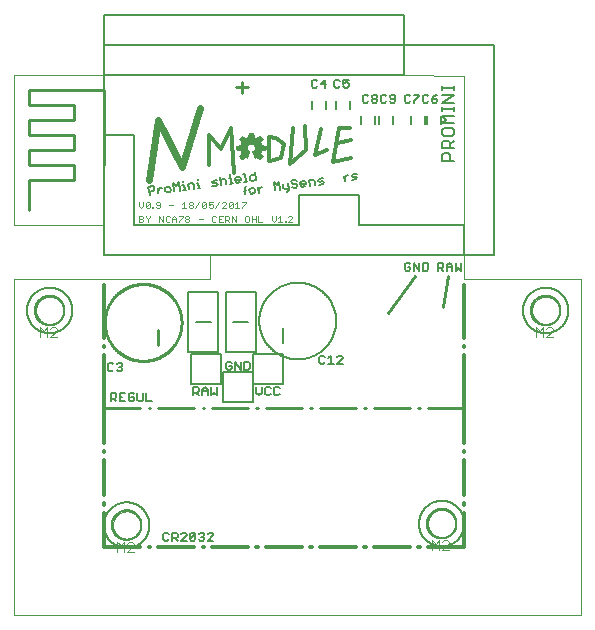
<source format=gto>
G75*
%MOIN*%
%OFA0B0*%
%FSLAX25Y25*%
%IPPOS*%
%LPD*%
%AMOC8*
5,1,8,0,0,1.08239X$1,22.5*
%
%ADD10C,0.00000*%
%ADD11C,0.01100*%
%ADD12C,0.02400*%
%ADD13C,0.01200*%
%ADD14C,0.00500*%
%ADD15C,0.00400*%
%ADD16C,0.01000*%
%ADD17C,0.00700*%
%ADD18C,0.00299*%
%ADD19C,0.00600*%
%ADD20C,0.00800*%
%ADD21C,0.00300*%
D10*
X0005000Y0004606D02*
X0193976Y0004606D01*
X0193976Y0116575D01*
X0155000Y0116575D01*
X0155000Y0184409D01*
X0134921Y0184449D01*
X0134882Y0184488D01*
X0134882Y0194409D01*
X0134921Y0204449D01*
X0034921Y0204449D01*
X0034921Y0194449D01*
X0034961Y0194409D01*
X0034921Y0194409D01*
X0034921Y0184449D01*
X0005000Y0184449D01*
X0005000Y0134449D01*
X0034921Y0134449D01*
X0034921Y0124449D01*
X0070346Y0124449D01*
X0070346Y0116575D01*
X0005000Y0116575D01*
X0005000Y0004606D01*
X0037972Y0034606D02*
X0037974Y0034740D01*
X0037980Y0034874D01*
X0037990Y0035008D01*
X0038004Y0035142D01*
X0038022Y0035275D01*
X0038043Y0035407D01*
X0038069Y0035539D01*
X0038099Y0035670D01*
X0038132Y0035800D01*
X0038169Y0035928D01*
X0038211Y0036056D01*
X0038255Y0036183D01*
X0038304Y0036308D01*
X0038356Y0036431D01*
X0038412Y0036553D01*
X0038472Y0036674D01*
X0038535Y0036792D01*
X0038601Y0036909D01*
X0038671Y0037023D01*
X0038744Y0037136D01*
X0038821Y0037246D01*
X0038901Y0037354D01*
X0038984Y0037459D01*
X0039070Y0037562D01*
X0039159Y0037662D01*
X0039251Y0037760D01*
X0039346Y0037855D01*
X0039444Y0037947D01*
X0039544Y0038036D01*
X0039647Y0038122D01*
X0039752Y0038205D01*
X0039860Y0038285D01*
X0039970Y0038362D01*
X0040083Y0038435D01*
X0040197Y0038505D01*
X0040314Y0038571D01*
X0040432Y0038634D01*
X0040553Y0038694D01*
X0040675Y0038750D01*
X0040798Y0038802D01*
X0040923Y0038851D01*
X0041050Y0038895D01*
X0041178Y0038937D01*
X0041306Y0038974D01*
X0041436Y0039007D01*
X0041567Y0039037D01*
X0041699Y0039063D01*
X0041831Y0039084D01*
X0041964Y0039102D01*
X0042098Y0039116D01*
X0042232Y0039126D01*
X0042366Y0039132D01*
X0042500Y0039134D01*
X0042634Y0039132D01*
X0042768Y0039126D01*
X0042902Y0039116D01*
X0043036Y0039102D01*
X0043169Y0039084D01*
X0043301Y0039063D01*
X0043433Y0039037D01*
X0043564Y0039007D01*
X0043694Y0038974D01*
X0043822Y0038937D01*
X0043950Y0038895D01*
X0044077Y0038851D01*
X0044202Y0038802D01*
X0044325Y0038750D01*
X0044447Y0038694D01*
X0044568Y0038634D01*
X0044686Y0038571D01*
X0044803Y0038505D01*
X0044917Y0038435D01*
X0045030Y0038362D01*
X0045140Y0038285D01*
X0045248Y0038205D01*
X0045353Y0038122D01*
X0045456Y0038036D01*
X0045556Y0037947D01*
X0045654Y0037855D01*
X0045749Y0037760D01*
X0045841Y0037662D01*
X0045930Y0037562D01*
X0046016Y0037459D01*
X0046099Y0037354D01*
X0046179Y0037246D01*
X0046256Y0037136D01*
X0046329Y0037023D01*
X0046399Y0036909D01*
X0046465Y0036792D01*
X0046528Y0036674D01*
X0046588Y0036553D01*
X0046644Y0036431D01*
X0046696Y0036308D01*
X0046745Y0036183D01*
X0046789Y0036056D01*
X0046831Y0035928D01*
X0046868Y0035800D01*
X0046901Y0035670D01*
X0046931Y0035539D01*
X0046957Y0035407D01*
X0046978Y0035275D01*
X0046996Y0035142D01*
X0047010Y0035008D01*
X0047020Y0034874D01*
X0047026Y0034740D01*
X0047028Y0034606D01*
X0047026Y0034472D01*
X0047020Y0034338D01*
X0047010Y0034204D01*
X0046996Y0034070D01*
X0046978Y0033937D01*
X0046957Y0033805D01*
X0046931Y0033673D01*
X0046901Y0033542D01*
X0046868Y0033412D01*
X0046831Y0033284D01*
X0046789Y0033156D01*
X0046745Y0033029D01*
X0046696Y0032904D01*
X0046644Y0032781D01*
X0046588Y0032659D01*
X0046528Y0032538D01*
X0046465Y0032420D01*
X0046399Y0032303D01*
X0046329Y0032189D01*
X0046256Y0032076D01*
X0046179Y0031966D01*
X0046099Y0031858D01*
X0046016Y0031753D01*
X0045930Y0031650D01*
X0045841Y0031550D01*
X0045749Y0031452D01*
X0045654Y0031357D01*
X0045556Y0031265D01*
X0045456Y0031176D01*
X0045353Y0031090D01*
X0045248Y0031007D01*
X0045140Y0030927D01*
X0045030Y0030850D01*
X0044917Y0030777D01*
X0044803Y0030707D01*
X0044686Y0030641D01*
X0044568Y0030578D01*
X0044447Y0030518D01*
X0044325Y0030462D01*
X0044202Y0030410D01*
X0044077Y0030361D01*
X0043950Y0030317D01*
X0043822Y0030275D01*
X0043694Y0030238D01*
X0043564Y0030205D01*
X0043433Y0030175D01*
X0043301Y0030149D01*
X0043169Y0030128D01*
X0043036Y0030110D01*
X0042902Y0030096D01*
X0042768Y0030086D01*
X0042634Y0030080D01*
X0042500Y0030078D01*
X0042366Y0030080D01*
X0042232Y0030086D01*
X0042098Y0030096D01*
X0041964Y0030110D01*
X0041831Y0030128D01*
X0041699Y0030149D01*
X0041567Y0030175D01*
X0041436Y0030205D01*
X0041306Y0030238D01*
X0041178Y0030275D01*
X0041050Y0030317D01*
X0040923Y0030361D01*
X0040798Y0030410D01*
X0040675Y0030462D01*
X0040553Y0030518D01*
X0040432Y0030578D01*
X0040314Y0030641D01*
X0040197Y0030707D01*
X0040083Y0030777D01*
X0039970Y0030850D01*
X0039860Y0030927D01*
X0039752Y0031007D01*
X0039647Y0031090D01*
X0039544Y0031176D01*
X0039444Y0031265D01*
X0039346Y0031357D01*
X0039251Y0031452D01*
X0039159Y0031550D01*
X0039070Y0031650D01*
X0038984Y0031753D01*
X0038901Y0031858D01*
X0038821Y0031966D01*
X0038744Y0032076D01*
X0038671Y0032189D01*
X0038601Y0032303D01*
X0038535Y0032420D01*
X0038472Y0032538D01*
X0038412Y0032659D01*
X0038356Y0032781D01*
X0038304Y0032904D01*
X0038255Y0033029D01*
X0038211Y0033156D01*
X0038169Y0033284D01*
X0038132Y0033412D01*
X0038099Y0033542D01*
X0038069Y0033673D01*
X0038043Y0033805D01*
X0038022Y0033937D01*
X0038004Y0034070D01*
X0037990Y0034204D01*
X0037980Y0034338D01*
X0037974Y0034472D01*
X0037972Y0034606D01*
X0012283Y0106173D02*
X0012285Y0106307D01*
X0012291Y0106441D01*
X0012301Y0106575D01*
X0012315Y0106709D01*
X0012333Y0106842D01*
X0012354Y0106974D01*
X0012380Y0107106D01*
X0012410Y0107237D01*
X0012443Y0107367D01*
X0012480Y0107495D01*
X0012522Y0107623D01*
X0012566Y0107750D01*
X0012615Y0107875D01*
X0012667Y0107998D01*
X0012723Y0108120D01*
X0012783Y0108241D01*
X0012846Y0108359D01*
X0012912Y0108476D01*
X0012982Y0108590D01*
X0013055Y0108703D01*
X0013132Y0108813D01*
X0013212Y0108921D01*
X0013295Y0109026D01*
X0013381Y0109129D01*
X0013470Y0109229D01*
X0013562Y0109327D01*
X0013657Y0109422D01*
X0013755Y0109514D01*
X0013855Y0109603D01*
X0013958Y0109689D01*
X0014063Y0109772D01*
X0014171Y0109852D01*
X0014281Y0109929D01*
X0014394Y0110002D01*
X0014508Y0110072D01*
X0014625Y0110138D01*
X0014743Y0110201D01*
X0014864Y0110261D01*
X0014986Y0110317D01*
X0015109Y0110369D01*
X0015234Y0110418D01*
X0015361Y0110462D01*
X0015489Y0110504D01*
X0015617Y0110541D01*
X0015747Y0110574D01*
X0015878Y0110604D01*
X0016010Y0110630D01*
X0016142Y0110651D01*
X0016275Y0110669D01*
X0016409Y0110683D01*
X0016543Y0110693D01*
X0016677Y0110699D01*
X0016811Y0110701D01*
X0016945Y0110699D01*
X0017079Y0110693D01*
X0017213Y0110683D01*
X0017347Y0110669D01*
X0017480Y0110651D01*
X0017612Y0110630D01*
X0017744Y0110604D01*
X0017875Y0110574D01*
X0018005Y0110541D01*
X0018133Y0110504D01*
X0018261Y0110462D01*
X0018388Y0110418D01*
X0018513Y0110369D01*
X0018636Y0110317D01*
X0018758Y0110261D01*
X0018879Y0110201D01*
X0018997Y0110138D01*
X0019114Y0110072D01*
X0019228Y0110002D01*
X0019341Y0109929D01*
X0019451Y0109852D01*
X0019559Y0109772D01*
X0019664Y0109689D01*
X0019767Y0109603D01*
X0019867Y0109514D01*
X0019965Y0109422D01*
X0020060Y0109327D01*
X0020152Y0109229D01*
X0020241Y0109129D01*
X0020327Y0109026D01*
X0020410Y0108921D01*
X0020490Y0108813D01*
X0020567Y0108703D01*
X0020640Y0108590D01*
X0020710Y0108476D01*
X0020776Y0108359D01*
X0020839Y0108241D01*
X0020899Y0108120D01*
X0020955Y0107998D01*
X0021007Y0107875D01*
X0021056Y0107750D01*
X0021100Y0107623D01*
X0021142Y0107495D01*
X0021179Y0107367D01*
X0021212Y0107237D01*
X0021242Y0107106D01*
X0021268Y0106974D01*
X0021289Y0106842D01*
X0021307Y0106709D01*
X0021321Y0106575D01*
X0021331Y0106441D01*
X0021337Y0106307D01*
X0021339Y0106173D01*
X0021337Y0106039D01*
X0021331Y0105905D01*
X0021321Y0105771D01*
X0021307Y0105637D01*
X0021289Y0105504D01*
X0021268Y0105372D01*
X0021242Y0105240D01*
X0021212Y0105109D01*
X0021179Y0104979D01*
X0021142Y0104851D01*
X0021100Y0104723D01*
X0021056Y0104596D01*
X0021007Y0104471D01*
X0020955Y0104348D01*
X0020899Y0104226D01*
X0020839Y0104105D01*
X0020776Y0103987D01*
X0020710Y0103870D01*
X0020640Y0103756D01*
X0020567Y0103643D01*
X0020490Y0103533D01*
X0020410Y0103425D01*
X0020327Y0103320D01*
X0020241Y0103217D01*
X0020152Y0103117D01*
X0020060Y0103019D01*
X0019965Y0102924D01*
X0019867Y0102832D01*
X0019767Y0102743D01*
X0019664Y0102657D01*
X0019559Y0102574D01*
X0019451Y0102494D01*
X0019341Y0102417D01*
X0019228Y0102344D01*
X0019114Y0102274D01*
X0018997Y0102208D01*
X0018879Y0102145D01*
X0018758Y0102085D01*
X0018636Y0102029D01*
X0018513Y0101977D01*
X0018388Y0101928D01*
X0018261Y0101884D01*
X0018133Y0101842D01*
X0018005Y0101805D01*
X0017875Y0101772D01*
X0017744Y0101742D01*
X0017612Y0101716D01*
X0017480Y0101695D01*
X0017347Y0101677D01*
X0017213Y0101663D01*
X0017079Y0101653D01*
X0016945Y0101647D01*
X0016811Y0101645D01*
X0016677Y0101647D01*
X0016543Y0101653D01*
X0016409Y0101663D01*
X0016275Y0101677D01*
X0016142Y0101695D01*
X0016010Y0101716D01*
X0015878Y0101742D01*
X0015747Y0101772D01*
X0015617Y0101805D01*
X0015489Y0101842D01*
X0015361Y0101884D01*
X0015234Y0101928D01*
X0015109Y0101977D01*
X0014986Y0102029D01*
X0014864Y0102085D01*
X0014743Y0102145D01*
X0014625Y0102208D01*
X0014508Y0102274D01*
X0014394Y0102344D01*
X0014281Y0102417D01*
X0014171Y0102494D01*
X0014063Y0102574D01*
X0013958Y0102657D01*
X0013855Y0102743D01*
X0013755Y0102832D01*
X0013657Y0102924D01*
X0013562Y0103019D01*
X0013470Y0103117D01*
X0013381Y0103217D01*
X0013295Y0103320D01*
X0013212Y0103425D01*
X0013132Y0103533D01*
X0013055Y0103643D01*
X0012982Y0103756D01*
X0012912Y0103870D01*
X0012846Y0103987D01*
X0012783Y0104105D01*
X0012723Y0104226D01*
X0012667Y0104348D01*
X0012615Y0104471D01*
X0012566Y0104596D01*
X0012522Y0104723D01*
X0012480Y0104851D01*
X0012443Y0104979D01*
X0012410Y0105109D01*
X0012380Y0105240D01*
X0012354Y0105372D01*
X0012333Y0105504D01*
X0012315Y0105637D01*
X0012301Y0105771D01*
X0012291Y0105905D01*
X0012285Y0106039D01*
X0012283Y0106173D01*
X0142972Y0035106D02*
X0142974Y0035240D01*
X0142980Y0035374D01*
X0142990Y0035508D01*
X0143004Y0035642D01*
X0143022Y0035775D01*
X0143043Y0035907D01*
X0143069Y0036039D01*
X0143099Y0036170D01*
X0143132Y0036300D01*
X0143169Y0036428D01*
X0143211Y0036556D01*
X0143255Y0036683D01*
X0143304Y0036808D01*
X0143356Y0036931D01*
X0143412Y0037053D01*
X0143472Y0037174D01*
X0143535Y0037292D01*
X0143601Y0037409D01*
X0143671Y0037523D01*
X0143744Y0037636D01*
X0143821Y0037746D01*
X0143901Y0037854D01*
X0143984Y0037959D01*
X0144070Y0038062D01*
X0144159Y0038162D01*
X0144251Y0038260D01*
X0144346Y0038355D01*
X0144444Y0038447D01*
X0144544Y0038536D01*
X0144647Y0038622D01*
X0144752Y0038705D01*
X0144860Y0038785D01*
X0144970Y0038862D01*
X0145083Y0038935D01*
X0145197Y0039005D01*
X0145314Y0039071D01*
X0145432Y0039134D01*
X0145553Y0039194D01*
X0145675Y0039250D01*
X0145798Y0039302D01*
X0145923Y0039351D01*
X0146050Y0039395D01*
X0146178Y0039437D01*
X0146306Y0039474D01*
X0146436Y0039507D01*
X0146567Y0039537D01*
X0146699Y0039563D01*
X0146831Y0039584D01*
X0146964Y0039602D01*
X0147098Y0039616D01*
X0147232Y0039626D01*
X0147366Y0039632D01*
X0147500Y0039634D01*
X0147634Y0039632D01*
X0147768Y0039626D01*
X0147902Y0039616D01*
X0148036Y0039602D01*
X0148169Y0039584D01*
X0148301Y0039563D01*
X0148433Y0039537D01*
X0148564Y0039507D01*
X0148694Y0039474D01*
X0148822Y0039437D01*
X0148950Y0039395D01*
X0149077Y0039351D01*
X0149202Y0039302D01*
X0149325Y0039250D01*
X0149447Y0039194D01*
X0149568Y0039134D01*
X0149686Y0039071D01*
X0149803Y0039005D01*
X0149917Y0038935D01*
X0150030Y0038862D01*
X0150140Y0038785D01*
X0150248Y0038705D01*
X0150353Y0038622D01*
X0150456Y0038536D01*
X0150556Y0038447D01*
X0150654Y0038355D01*
X0150749Y0038260D01*
X0150841Y0038162D01*
X0150930Y0038062D01*
X0151016Y0037959D01*
X0151099Y0037854D01*
X0151179Y0037746D01*
X0151256Y0037636D01*
X0151329Y0037523D01*
X0151399Y0037409D01*
X0151465Y0037292D01*
X0151528Y0037174D01*
X0151588Y0037053D01*
X0151644Y0036931D01*
X0151696Y0036808D01*
X0151745Y0036683D01*
X0151789Y0036556D01*
X0151831Y0036428D01*
X0151868Y0036300D01*
X0151901Y0036170D01*
X0151931Y0036039D01*
X0151957Y0035907D01*
X0151978Y0035775D01*
X0151996Y0035642D01*
X0152010Y0035508D01*
X0152020Y0035374D01*
X0152026Y0035240D01*
X0152028Y0035106D01*
X0152026Y0034972D01*
X0152020Y0034838D01*
X0152010Y0034704D01*
X0151996Y0034570D01*
X0151978Y0034437D01*
X0151957Y0034305D01*
X0151931Y0034173D01*
X0151901Y0034042D01*
X0151868Y0033912D01*
X0151831Y0033784D01*
X0151789Y0033656D01*
X0151745Y0033529D01*
X0151696Y0033404D01*
X0151644Y0033281D01*
X0151588Y0033159D01*
X0151528Y0033038D01*
X0151465Y0032920D01*
X0151399Y0032803D01*
X0151329Y0032689D01*
X0151256Y0032576D01*
X0151179Y0032466D01*
X0151099Y0032358D01*
X0151016Y0032253D01*
X0150930Y0032150D01*
X0150841Y0032050D01*
X0150749Y0031952D01*
X0150654Y0031857D01*
X0150556Y0031765D01*
X0150456Y0031676D01*
X0150353Y0031590D01*
X0150248Y0031507D01*
X0150140Y0031427D01*
X0150030Y0031350D01*
X0149917Y0031277D01*
X0149803Y0031207D01*
X0149686Y0031141D01*
X0149568Y0031078D01*
X0149447Y0031018D01*
X0149325Y0030962D01*
X0149202Y0030910D01*
X0149077Y0030861D01*
X0148950Y0030817D01*
X0148822Y0030775D01*
X0148694Y0030738D01*
X0148564Y0030705D01*
X0148433Y0030675D01*
X0148301Y0030649D01*
X0148169Y0030628D01*
X0148036Y0030610D01*
X0147902Y0030596D01*
X0147768Y0030586D01*
X0147634Y0030580D01*
X0147500Y0030578D01*
X0147366Y0030580D01*
X0147232Y0030586D01*
X0147098Y0030596D01*
X0146964Y0030610D01*
X0146831Y0030628D01*
X0146699Y0030649D01*
X0146567Y0030675D01*
X0146436Y0030705D01*
X0146306Y0030738D01*
X0146178Y0030775D01*
X0146050Y0030817D01*
X0145923Y0030861D01*
X0145798Y0030910D01*
X0145675Y0030962D01*
X0145553Y0031018D01*
X0145432Y0031078D01*
X0145314Y0031141D01*
X0145197Y0031207D01*
X0145083Y0031277D01*
X0144970Y0031350D01*
X0144860Y0031427D01*
X0144752Y0031507D01*
X0144647Y0031590D01*
X0144544Y0031676D01*
X0144444Y0031765D01*
X0144346Y0031857D01*
X0144251Y0031952D01*
X0144159Y0032050D01*
X0144070Y0032150D01*
X0143984Y0032253D01*
X0143901Y0032358D01*
X0143821Y0032466D01*
X0143744Y0032576D01*
X0143671Y0032689D01*
X0143601Y0032803D01*
X0143535Y0032920D01*
X0143472Y0033038D01*
X0143412Y0033159D01*
X0143356Y0033281D01*
X0143304Y0033404D01*
X0143255Y0033529D01*
X0143211Y0033656D01*
X0143169Y0033784D01*
X0143132Y0033912D01*
X0143099Y0034042D01*
X0143069Y0034173D01*
X0143043Y0034305D01*
X0143022Y0034437D01*
X0143004Y0034570D01*
X0142990Y0034704D01*
X0142980Y0034838D01*
X0142974Y0034972D01*
X0142972Y0035106D01*
X0177637Y0106173D02*
X0177639Y0106307D01*
X0177645Y0106441D01*
X0177655Y0106575D01*
X0177669Y0106709D01*
X0177687Y0106842D01*
X0177708Y0106974D01*
X0177734Y0107106D01*
X0177764Y0107237D01*
X0177797Y0107367D01*
X0177834Y0107495D01*
X0177876Y0107623D01*
X0177920Y0107750D01*
X0177969Y0107875D01*
X0178021Y0107998D01*
X0178077Y0108120D01*
X0178137Y0108241D01*
X0178200Y0108359D01*
X0178266Y0108476D01*
X0178336Y0108590D01*
X0178409Y0108703D01*
X0178486Y0108813D01*
X0178566Y0108921D01*
X0178649Y0109026D01*
X0178735Y0109129D01*
X0178824Y0109229D01*
X0178916Y0109327D01*
X0179011Y0109422D01*
X0179109Y0109514D01*
X0179209Y0109603D01*
X0179312Y0109689D01*
X0179417Y0109772D01*
X0179525Y0109852D01*
X0179635Y0109929D01*
X0179748Y0110002D01*
X0179862Y0110072D01*
X0179979Y0110138D01*
X0180097Y0110201D01*
X0180218Y0110261D01*
X0180340Y0110317D01*
X0180463Y0110369D01*
X0180588Y0110418D01*
X0180715Y0110462D01*
X0180843Y0110504D01*
X0180971Y0110541D01*
X0181101Y0110574D01*
X0181232Y0110604D01*
X0181364Y0110630D01*
X0181496Y0110651D01*
X0181629Y0110669D01*
X0181763Y0110683D01*
X0181897Y0110693D01*
X0182031Y0110699D01*
X0182165Y0110701D01*
X0182299Y0110699D01*
X0182433Y0110693D01*
X0182567Y0110683D01*
X0182701Y0110669D01*
X0182834Y0110651D01*
X0182966Y0110630D01*
X0183098Y0110604D01*
X0183229Y0110574D01*
X0183359Y0110541D01*
X0183487Y0110504D01*
X0183615Y0110462D01*
X0183742Y0110418D01*
X0183867Y0110369D01*
X0183990Y0110317D01*
X0184112Y0110261D01*
X0184233Y0110201D01*
X0184351Y0110138D01*
X0184468Y0110072D01*
X0184582Y0110002D01*
X0184695Y0109929D01*
X0184805Y0109852D01*
X0184913Y0109772D01*
X0185018Y0109689D01*
X0185121Y0109603D01*
X0185221Y0109514D01*
X0185319Y0109422D01*
X0185414Y0109327D01*
X0185506Y0109229D01*
X0185595Y0109129D01*
X0185681Y0109026D01*
X0185764Y0108921D01*
X0185844Y0108813D01*
X0185921Y0108703D01*
X0185994Y0108590D01*
X0186064Y0108476D01*
X0186130Y0108359D01*
X0186193Y0108241D01*
X0186253Y0108120D01*
X0186309Y0107998D01*
X0186361Y0107875D01*
X0186410Y0107750D01*
X0186454Y0107623D01*
X0186496Y0107495D01*
X0186533Y0107367D01*
X0186566Y0107237D01*
X0186596Y0107106D01*
X0186622Y0106974D01*
X0186643Y0106842D01*
X0186661Y0106709D01*
X0186675Y0106575D01*
X0186685Y0106441D01*
X0186691Y0106307D01*
X0186693Y0106173D01*
X0186691Y0106039D01*
X0186685Y0105905D01*
X0186675Y0105771D01*
X0186661Y0105637D01*
X0186643Y0105504D01*
X0186622Y0105372D01*
X0186596Y0105240D01*
X0186566Y0105109D01*
X0186533Y0104979D01*
X0186496Y0104851D01*
X0186454Y0104723D01*
X0186410Y0104596D01*
X0186361Y0104471D01*
X0186309Y0104348D01*
X0186253Y0104226D01*
X0186193Y0104105D01*
X0186130Y0103987D01*
X0186064Y0103870D01*
X0185994Y0103756D01*
X0185921Y0103643D01*
X0185844Y0103533D01*
X0185764Y0103425D01*
X0185681Y0103320D01*
X0185595Y0103217D01*
X0185506Y0103117D01*
X0185414Y0103019D01*
X0185319Y0102924D01*
X0185221Y0102832D01*
X0185121Y0102743D01*
X0185018Y0102657D01*
X0184913Y0102574D01*
X0184805Y0102494D01*
X0184695Y0102417D01*
X0184582Y0102344D01*
X0184468Y0102274D01*
X0184351Y0102208D01*
X0184233Y0102145D01*
X0184112Y0102085D01*
X0183990Y0102029D01*
X0183867Y0101977D01*
X0183742Y0101928D01*
X0183615Y0101884D01*
X0183487Y0101842D01*
X0183359Y0101805D01*
X0183229Y0101772D01*
X0183098Y0101742D01*
X0182966Y0101716D01*
X0182834Y0101695D01*
X0182701Y0101677D01*
X0182567Y0101663D01*
X0182433Y0101653D01*
X0182299Y0101647D01*
X0182165Y0101645D01*
X0182031Y0101647D01*
X0181897Y0101653D01*
X0181763Y0101663D01*
X0181629Y0101677D01*
X0181496Y0101695D01*
X0181364Y0101716D01*
X0181232Y0101742D01*
X0181101Y0101772D01*
X0180971Y0101805D01*
X0180843Y0101842D01*
X0180715Y0101884D01*
X0180588Y0101928D01*
X0180463Y0101977D01*
X0180340Y0102029D01*
X0180218Y0102085D01*
X0180097Y0102145D01*
X0179979Y0102208D01*
X0179862Y0102274D01*
X0179748Y0102344D01*
X0179635Y0102417D01*
X0179525Y0102494D01*
X0179417Y0102574D01*
X0179312Y0102657D01*
X0179209Y0102743D01*
X0179109Y0102832D01*
X0179011Y0102924D01*
X0178916Y0103019D01*
X0178824Y0103117D01*
X0178735Y0103217D01*
X0178649Y0103320D01*
X0178566Y0103425D01*
X0178486Y0103533D01*
X0178409Y0103643D01*
X0178336Y0103756D01*
X0178266Y0103870D01*
X0178200Y0103987D01*
X0178137Y0104105D01*
X0178077Y0104226D01*
X0178021Y0104348D01*
X0177969Y0104471D01*
X0177920Y0104596D01*
X0177876Y0104723D01*
X0177834Y0104851D01*
X0177797Y0104979D01*
X0177764Y0105109D01*
X0177734Y0105240D01*
X0177708Y0105372D01*
X0177687Y0105504D01*
X0177669Y0105637D01*
X0177655Y0105771D01*
X0177645Y0105905D01*
X0177639Y0106039D01*
X0177637Y0106173D01*
D11*
X0082908Y0180451D02*
X0078971Y0180451D01*
X0080940Y0178483D02*
X0080940Y0182420D01*
D12*
X0066921Y0173449D02*
X0060921Y0153949D01*
X0052921Y0169449D01*
X0049921Y0149449D01*
D13*
X0069921Y0154449D02*
X0069921Y0164449D01*
X0073921Y0159949D01*
X0077421Y0166949D01*
X0078421Y0151949D01*
X0089921Y0155949D02*
X0089921Y0163949D01*
X0092421Y0163449D01*
X0094921Y0161449D01*
X0093921Y0156949D01*
X0090421Y0155949D01*
X0096921Y0154949D02*
X0102421Y0159449D01*
X0101921Y0167449D01*
X0097921Y0166949D02*
X0096921Y0154949D01*
X0105421Y0157949D02*
X0109421Y0159449D01*
X0105421Y0157949D02*
X0107421Y0166449D01*
X0113421Y0166949D02*
X0116921Y0166949D01*
X0113421Y0166949D02*
X0111421Y0155449D01*
X0117421Y0156949D01*
X0117421Y0162949D02*
X0112921Y0161949D01*
X0155000Y0114606D02*
X0155000Y0097059D01*
X0155000Y0094342D02*
X0155000Y0093871D01*
X0155000Y0091154D02*
X0155000Y0073606D01*
X0155000Y0062043D01*
X0155000Y0059326D02*
X0155000Y0058855D01*
X0155000Y0056138D02*
X0155000Y0044575D01*
X0155000Y0041857D02*
X0155000Y0041387D01*
X0155000Y0038669D02*
X0155000Y0027106D01*
X0142919Y0027106D01*
X0140202Y0027106D02*
X0139731Y0027106D01*
X0137013Y0027106D02*
X0124933Y0027106D01*
X0122215Y0027106D02*
X0121744Y0027106D01*
X0119027Y0027106D02*
X0106946Y0027106D01*
X0104229Y0027106D02*
X0103758Y0027106D01*
X0101040Y0027106D02*
X0088960Y0027106D01*
X0086242Y0027106D02*
X0085771Y0027106D01*
X0083054Y0027106D02*
X0070973Y0027106D01*
X0068256Y0027106D02*
X0067785Y0027106D01*
X0065067Y0027106D02*
X0052987Y0027106D01*
X0050269Y0027106D02*
X0049798Y0027106D01*
X0047081Y0027106D02*
X0035000Y0027106D01*
X0035000Y0038669D01*
X0035000Y0041387D02*
X0035000Y0041857D01*
X0035000Y0044575D02*
X0035000Y0056138D01*
X0035000Y0058855D02*
X0035000Y0059326D01*
X0035000Y0062043D02*
X0035000Y0073606D01*
X0035000Y0091154D01*
X0035000Y0093871D02*
X0035000Y0094342D01*
X0035000Y0097059D02*
X0035000Y0114606D01*
D14*
X0034921Y0124449D02*
X0154921Y0124449D01*
X0154921Y0134449D01*
X0119921Y0134449D01*
X0119921Y0144449D01*
X0099921Y0144449D01*
X0099921Y0134449D01*
X0044921Y0134449D01*
X0044921Y0164449D01*
X0034921Y0164449D01*
X0034921Y0124449D01*
X0050136Y0144730D02*
X0049773Y0147408D01*
X0051112Y0147589D01*
X0051619Y0147203D01*
X0051740Y0146310D01*
X0051354Y0145804D01*
X0050015Y0145623D01*
X0052935Y0146017D02*
X0053707Y0147031D01*
X0054153Y0147091D01*
X0055308Y0146793D02*
X0055428Y0145900D01*
X0055935Y0145514D01*
X0056828Y0145635D01*
X0057214Y0146142D01*
X0057093Y0147034D01*
X0056586Y0147420D01*
X0055694Y0147299D01*
X0055308Y0146793D01*
X0052814Y0146910D02*
X0053055Y0145125D01*
X0058409Y0145849D02*
X0058047Y0148527D01*
X0059060Y0147755D01*
X0059832Y0148768D01*
X0060194Y0146090D01*
X0061329Y0146243D02*
X0062221Y0146364D01*
X0061775Y0146304D02*
X0061534Y0148089D01*
X0061087Y0148029D01*
X0061413Y0148982D02*
X0061353Y0149428D01*
X0063034Y0148292D02*
X0064373Y0148473D01*
X0064880Y0148087D01*
X0065061Y0146748D01*
X0066195Y0146901D02*
X0067088Y0147022D01*
X0066641Y0146962D02*
X0066400Y0148747D01*
X0065954Y0148687D01*
X0066279Y0149640D02*
X0066219Y0150086D01*
X0063034Y0148292D02*
X0063275Y0146507D01*
X0071062Y0147559D02*
X0072401Y0147740D01*
X0072787Y0148247D01*
X0072280Y0148633D01*
X0071387Y0148512D01*
X0070881Y0148898D01*
X0071267Y0149405D01*
X0072606Y0149586D01*
X0073801Y0149293D02*
X0074187Y0149800D01*
X0075079Y0149920D01*
X0075586Y0149534D01*
X0075767Y0148195D01*
X0076902Y0148349D02*
X0077794Y0148470D01*
X0077348Y0148409D02*
X0077107Y0150195D01*
X0076660Y0150134D01*
X0076986Y0151087D02*
X0076926Y0151534D01*
X0078667Y0149951D02*
X0079053Y0150458D01*
X0079946Y0150578D01*
X0080453Y0150192D01*
X0080513Y0149746D01*
X0078728Y0149505D01*
X0078667Y0149951D02*
X0078788Y0149058D01*
X0079295Y0148672D01*
X0080187Y0148793D01*
X0081768Y0149007D02*
X0082661Y0149128D01*
X0082215Y0149067D02*
X0081852Y0151745D01*
X0081406Y0151685D01*
X0083534Y0150609D02*
X0083920Y0151116D01*
X0085259Y0151297D01*
X0085138Y0152189D02*
X0085500Y0149511D01*
X0084161Y0149330D01*
X0083655Y0149716D01*
X0083534Y0150609D01*
X0082166Y0147529D02*
X0081780Y0147022D01*
X0082082Y0144790D01*
X0081454Y0146069D02*
X0082347Y0146190D01*
X0083401Y0146332D02*
X0083522Y0145440D01*
X0084028Y0145054D01*
X0084921Y0145174D01*
X0085307Y0145681D01*
X0085186Y0146574D01*
X0084680Y0146960D01*
X0083787Y0146839D01*
X0083401Y0146332D01*
X0086381Y0146281D02*
X0087153Y0147294D01*
X0087600Y0147354D01*
X0086261Y0147173D02*
X0086502Y0145388D01*
X0091855Y0146112D02*
X0091493Y0148790D01*
X0092507Y0148018D01*
X0093279Y0149031D01*
X0093641Y0146353D01*
X0094715Y0146953D02*
X0095222Y0146567D01*
X0096561Y0146748D01*
X0096621Y0146302D02*
X0096235Y0145795D01*
X0095789Y0145735D01*
X0096621Y0146302D02*
X0096319Y0148533D01*
X0097454Y0148687D02*
X0097960Y0148301D01*
X0098853Y0148421D01*
X0099360Y0148035D01*
X0099420Y0147589D01*
X0099034Y0147082D01*
X0098141Y0146962D01*
X0097635Y0147348D01*
X0097454Y0148687D02*
X0097393Y0149133D01*
X0097779Y0149640D01*
X0098672Y0149760D01*
X0099179Y0149374D01*
X0100434Y0148635D02*
X0100820Y0149142D01*
X0101713Y0149262D01*
X0102219Y0148876D01*
X0102280Y0148430D01*
X0100494Y0148189D01*
X0100434Y0148635D02*
X0100555Y0147742D01*
X0101061Y0147356D01*
X0101954Y0147477D01*
X0103535Y0147691D02*
X0103294Y0149476D01*
X0104633Y0149657D01*
X0105139Y0149271D01*
X0105320Y0147932D01*
X0106455Y0148086D02*
X0107794Y0148267D01*
X0108180Y0148773D01*
X0107673Y0149159D01*
X0106781Y0149039D01*
X0106274Y0149425D01*
X0106660Y0149931D01*
X0107999Y0150112D01*
X0114973Y0151055D02*
X0115215Y0149270D01*
X0115094Y0150163D02*
X0115866Y0151176D01*
X0116312Y0151236D01*
X0117467Y0150938D02*
X0117853Y0151445D01*
X0119192Y0151626D01*
X0118866Y0150673D02*
X0117974Y0150552D01*
X0117467Y0150938D01*
X0117648Y0149599D02*
X0118987Y0149780D01*
X0119373Y0150287D01*
X0118866Y0150673D01*
X0121700Y0175356D02*
X0121250Y0175807D01*
X0121250Y0177608D01*
X0121700Y0178059D01*
X0122601Y0178059D01*
X0123052Y0177608D01*
X0124197Y0177608D02*
X0124197Y0177158D01*
X0124647Y0176707D01*
X0125548Y0176707D01*
X0125998Y0176257D01*
X0125998Y0175807D01*
X0125548Y0175356D01*
X0124647Y0175356D01*
X0124197Y0175807D01*
X0124197Y0176257D01*
X0124647Y0176707D01*
X0125548Y0176707D02*
X0125998Y0177158D01*
X0125998Y0177608D01*
X0125548Y0178059D01*
X0124647Y0178059D01*
X0124197Y0177608D01*
X0123052Y0175807D02*
X0122601Y0175356D01*
X0121700Y0175356D01*
X0127250Y0175807D02*
X0127700Y0175356D01*
X0128601Y0175356D01*
X0129052Y0175807D01*
X0130197Y0175807D02*
X0130647Y0175356D01*
X0131548Y0175356D01*
X0131998Y0175807D01*
X0131998Y0177608D01*
X0131548Y0178059D01*
X0130647Y0178059D01*
X0130197Y0177608D01*
X0130197Y0177158D01*
X0130647Y0176707D01*
X0131998Y0176707D01*
X0135250Y0177608D02*
X0135250Y0175807D01*
X0135700Y0175356D01*
X0136601Y0175356D01*
X0137052Y0175807D01*
X0138197Y0175807D02*
X0138197Y0175356D01*
X0138197Y0175807D02*
X0139998Y0177608D01*
X0139998Y0178059D01*
X0138197Y0178059D01*
X0137052Y0177608D02*
X0136601Y0178059D01*
X0135700Y0178059D01*
X0135250Y0177608D01*
X0134921Y0184449D02*
X0034921Y0184449D01*
X0034921Y0164449D01*
X0034921Y0184449D02*
X0034921Y0194449D01*
X0134921Y0194449D01*
X0134921Y0184449D01*
X0128601Y0178059D02*
X0127700Y0178059D01*
X0127250Y0177608D01*
X0127250Y0175807D01*
X0129052Y0177608D02*
X0128601Y0178059D01*
X0116498Y0180807D02*
X0116048Y0180356D01*
X0115147Y0180356D01*
X0114697Y0180807D01*
X0114697Y0181707D02*
X0115597Y0182158D01*
X0116048Y0182158D01*
X0116498Y0181707D01*
X0116498Y0180807D01*
X0114697Y0181707D02*
X0114697Y0183059D01*
X0116498Y0183059D01*
X0113552Y0182608D02*
X0113101Y0183059D01*
X0112200Y0183059D01*
X0111750Y0182608D01*
X0111750Y0180807D01*
X0112200Y0180356D01*
X0113101Y0180356D01*
X0113552Y0180807D01*
X0108998Y0181707D02*
X0107197Y0181707D01*
X0108548Y0183059D01*
X0108548Y0180356D01*
X0106052Y0180807D02*
X0105601Y0180356D01*
X0104700Y0180356D01*
X0104250Y0180807D01*
X0104250Y0182608D01*
X0104700Y0183059D01*
X0105601Y0183059D01*
X0106052Y0182608D01*
X0134921Y0194449D02*
X0164921Y0194449D01*
X0164921Y0189449D01*
X0164921Y0129449D01*
X0164921Y0124449D01*
X0154921Y0124449D01*
X0153945Y0122059D02*
X0153945Y0119356D01*
X0153044Y0120257D01*
X0152143Y0119356D01*
X0152143Y0122059D01*
X0150998Y0121158D02*
X0150998Y0119356D01*
X0150998Y0120707D02*
X0149197Y0120707D01*
X0149197Y0121158D02*
X0150097Y0122059D01*
X0150998Y0121158D01*
X0149197Y0121158D02*
X0149197Y0119356D01*
X0148052Y0119356D02*
X0147151Y0120257D01*
X0147601Y0120257D02*
X0146250Y0120257D01*
X0146250Y0119356D02*
X0146250Y0122059D01*
X0147601Y0122059D01*
X0148052Y0121608D01*
X0148052Y0120707D01*
X0147601Y0120257D01*
X0142945Y0119807D02*
X0142945Y0121608D01*
X0142494Y0122059D01*
X0141143Y0122059D01*
X0141143Y0119356D01*
X0142494Y0119356D01*
X0142945Y0119807D01*
X0139998Y0119356D02*
X0139998Y0122059D01*
X0138197Y0122059D02*
X0138197Y0119356D01*
X0137052Y0119807D02*
X0137052Y0120707D01*
X0136151Y0120707D01*
X0137052Y0119807D02*
X0136601Y0119356D01*
X0135700Y0119356D01*
X0135250Y0119807D01*
X0135250Y0121608D01*
X0135700Y0122059D01*
X0136601Y0122059D01*
X0137052Y0121608D01*
X0138197Y0122059D02*
X0139998Y0119356D01*
X0113994Y0091059D02*
X0113093Y0091059D01*
X0112643Y0090608D01*
X0113994Y0091059D02*
X0114445Y0090608D01*
X0114445Y0090158D01*
X0112643Y0088356D01*
X0114445Y0088356D01*
X0111498Y0088356D02*
X0109697Y0088356D01*
X0110597Y0088356D02*
X0110597Y0091059D01*
X0109697Y0090158D01*
X0108552Y0090608D02*
X0108101Y0091059D01*
X0107200Y0091059D01*
X0106750Y0090608D01*
X0106750Y0088807D01*
X0107200Y0088356D01*
X0108101Y0088356D01*
X0108552Y0088807D01*
X0094500Y0091606D02*
X0094500Y0081606D01*
X0084500Y0081606D01*
X0084500Y0091606D01*
X0094500Y0091606D01*
X0092994Y0080559D02*
X0092093Y0080559D01*
X0091643Y0080108D01*
X0091643Y0078307D01*
X0092093Y0077856D01*
X0092994Y0077856D01*
X0093445Y0078307D01*
X0093445Y0080108D02*
X0092994Y0080559D01*
X0090498Y0080108D02*
X0090048Y0080559D01*
X0089147Y0080559D01*
X0088697Y0080108D01*
X0088697Y0078307D01*
X0089147Y0077856D01*
X0090048Y0077856D01*
X0090498Y0078307D01*
X0087552Y0078757D02*
X0086651Y0077856D01*
X0085750Y0078757D01*
X0085750Y0080559D01*
X0087552Y0080559D02*
X0087552Y0078757D01*
X0084500Y0075606D02*
X0074500Y0075606D01*
X0074500Y0085606D01*
X0084500Y0085606D01*
X0084500Y0075606D01*
X0082994Y0086356D02*
X0083445Y0086807D01*
X0083445Y0088608D01*
X0082994Y0089059D01*
X0081643Y0089059D01*
X0081643Y0086356D01*
X0082994Y0086356D01*
X0080498Y0086356D02*
X0080498Y0089059D01*
X0078697Y0089059D02*
X0078697Y0086356D01*
X0077552Y0086807D02*
X0077552Y0087707D01*
X0076651Y0087707D01*
X0077552Y0086807D02*
X0077101Y0086356D01*
X0076200Y0086356D01*
X0075750Y0086807D01*
X0075750Y0088608D01*
X0076200Y0089059D01*
X0077101Y0089059D01*
X0077552Y0088608D01*
X0078697Y0089059D02*
X0080498Y0086356D01*
X0074000Y0081606D02*
X0064000Y0081606D01*
X0064000Y0091606D01*
X0074000Y0091606D01*
X0074000Y0081606D01*
X0072445Y0080559D02*
X0072445Y0077856D01*
X0071544Y0078757D01*
X0070643Y0077856D01*
X0070643Y0080559D01*
X0069498Y0079658D02*
X0069498Y0077856D01*
X0069498Y0079207D02*
X0067697Y0079207D01*
X0067697Y0079658D02*
X0068597Y0080559D01*
X0069498Y0079658D01*
X0067697Y0079658D02*
X0067697Y0077856D01*
X0066552Y0077856D02*
X0065651Y0078757D01*
X0066101Y0078757D02*
X0064750Y0078757D01*
X0064750Y0077856D02*
X0064750Y0080559D01*
X0066101Y0080559D01*
X0066552Y0080108D01*
X0066552Y0079207D01*
X0066101Y0078757D01*
X0050838Y0075856D02*
X0049036Y0075856D01*
X0049036Y0078559D01*
X0047891Y0078559D02*
X0047891Y0076307D01*
X0047441Y0075856D01*
X0046540Y0075856D01*
X0046090Y0076307D01*
X0046090Y0078559D01*
X0044945Y0078108D02*
X0044494Y0078559D01*
X0043593Y0078559D01*
X0043143Y0078108D01*
X0043143Y0076307D01*
X0043593Y0075856D01*
X0044494Y0075856D01*
X0044945Y0076307D01*
X0044945Y0077207D01*
X0044044Y0077207D01*
X0041998Y0075856D02*
X0040197Y0075856D01*
X0040197Y0078559D01*
X0041998Y0078559D01*
X0041097Y0077207D02*
X0040197Y0077207D01*
X0039052Y0077207D02*
X0038601Y0076757D01*
X0037250Y0076757D01*
X0037250Y0075856D02*
X0037250Y0078559D01*
X0038601Y0078559D01*
X0039052Y0078108D01*
X0039052Y0077207D01*
X0038151Y0076757D02*
X0039052Y0075856D01*
X0039647Y0085856D02*
X0039197Y0086307D01*
X0039647Y0085856D02*
X0040548Y0085856D01*
X0040998Y0086307D01*
X0040998Y0086757D01*
X0040548Y0087207D01*
X0040097Y0087207D01*
X0040548Y0087207D02*
X0040998Y0087658D01*
X0040998Y0088108D01*
X0040548Y0088559D01*
X0039647Y0088559D01*
X0039197Y0088108D01*
X0038052Y0088108D02*
X0037601Y0088559D01*
X0036700Y0088559D01*
X0036250Y0088108D01*
X0036250Y0086307D01*
X0036700Y0085856D01*
X0037601Y0085856D01*
X0038052Y0086307D01*
X0055200Y0032059D02*
X0054750Y0031608D01*
X0054750Y0029807D01*
X0055200Y0029356D01*
X0056101Y0029356D01*
X0056552Y0029807D01*
X0057697Y0030257D02*
X0059048Y0030257D01*
X0059498Y0030707D01*
X0059498Y0031608D01*
X0059048Y0032059D01*
X0057697Y0032059D01*
X0057697Y0029356D01*
X0058597Y0030257D02*
X0059498Y0029356D01*
X0060643Y0029356D02*
X0062445Y0031158D01*
X0062445Y0031608D01*
X0061994Y0032059D01*
X0061093Y0032059D01*
X0060643Y0031608D01*
X0060643Y0029356D02*
X0062445Y0029356D01*
X0063590Y0029807D02*
X0065391Y0031608D01*
X0065391Y0029807D01*
X0064941Y0029356D01*
X0064040Y0029356D01*
X0063590Y0029807D01*
X0063590Y0031608D01*
X0064040Y0032059D01*
X0064941Y0032059D01*
X0065391Y0031608D01*
X0066536Y0031608D02*
X0066986Y0032059D01*
X0067887Y0032059D01*
X0068338Y0031608D01*
X0068338Y0031158D01*
X0067887Y0030707D01*
X0068338Y0030257D01*
X0068338Y0029807D01*
X0067887Y0029356D01*
X0066986Y0029356D01*
X0066536Y0029807D01*
X0067437Y0030707D02*
X0067887Y0030707D01*
X0069483Y0031608D02*
X0069933Y0032059D01*
X0070834Y0032059D01*
X0071284Y0031608D01*
X0071284Y0031158D01*
X0069483Y0029356D01*
X0071284Y0029356D01*
X0056552Y0031608D02*
X0056101Y0032059D01*
X0055200Y0032059D01*
X0073982Y0147954D02*
X0073620Y0150632D01*
X0094534Y0148292D02*
X0094715Y0146953D01*
X0134921Y0194449D02*
X0034921Y0194449D01*
X0034921Y0204449D01*
X0134921Y0204449D01*
X0134921Y0194449D01*
X0141700Y0178059D02*
X0141250Y0177608D01*
X0141250Y0175807D01*
X0141700Y0175356D01*
X0142601Y0175356D01*
X0143052Y0175807D01*
X0144197Y0175807D02*
X0144647Y0175356D01*
X0145548Y0175356D01*
X0145998Y0175807D01*
X0145998Y0176257D01*
X0145548Y0176707D01*
X0144197Y0176707D01*
X0144197Y0175807D01*
X0144197Y0176707D02*
X0145097Y0177608D01*
X0145998Y0178059D01*
X0143052Y0177608D02*
X0142601Y0178059D01*
X0141700Y0178059D01*
D15*
X0097678Y0137317D02*
X0097344Y0137651D01*
X0096677Y0137651D01*
X0096344Y0137317D01*
X0097678Y0137317D02*
X0097678Y0136983D01*
X0096344Y0135649D01*
X0097678Y0135649D01*
X0095572Y0135649D02*
X0095239Y0135649D01*
X0095239Y0135982D01*
X0095572Y0135982D01*
X0095572Y0135649D01*
X0094363Y0135649D02*
X0093029Y0135649D01*
X0093696Y0135649D02*
X0093696Y0137651D01*
X0093029Y0136983D01*
X0092153Y0136316D02*
X0092153Y0137651D01*
X0090819Y0137651D02*
X0090819Y0136316D01*
X0091486Y0135649D01*
X0092153Y0136316D01*
X0087734Y0135649D02*
X0086399Y0135649D01*
X0086399Y0137651D01*
X0085524Y0137651D02*
X0085524Y0135649D01*
X0085524Y0136650D02*
X0084189Y0136650D01*
X0084189Y0135649D02*
X0084189Y0137651D01*
X0083314Y0137317D02*
X0082980Y0137651D01*
X0082313Y0137651D01*
X0081979Y0137317D01*
X0081979Y0135982D01*
X0082313Y0135649D01*
X0082980Y0135649D01*
X0083314Y0135982D01*
X0083314Y0137317D01*
X0080874Y0140149D02*
X0080874Y0140482D01*
X0082209Y0141817D01*
X0082209Y0142151D01*
X0080874Y0142151D01*
X0079332Y0142151D02*
X0079332Y0140149D01*
X0078665Y0140149D02*
X0079999Y0140149D01*
X0078665Y0141483D02*
X0079332Y0142151D01*
X0077789Y0141817D02*
X0076455Y0140482D01*
X0076788Y0140149D01*
X0077455Y0140149D01*
X0077789Y0140482D01*
X0077789Y0141817D01*
X0077455Y0142151D01*
X0076788Y0142151D01*
X0076455Y0141817D01*
X0076455Y0140482D01*
X0075579Y0140149D02*
X0074245Y0140149D01*
X0075579Y0141483D01*
X0075579Y0141817D01*
X0075246Y0142151D01*
X0074578Y0142151D01*
X0074245Y0141817D01*
X0073369Y0142151D02*
X0072035Y0140149D01*
X0071159Y0140482D02*
X0071159Y0141150D01*
X0070826Y0141483D01*
X0070492Y0141483D01*
X0069825Y0141150D01*
X0069825Y0142151D01*
X0071159Y0142151D01*
X0071159Y0140482D02*
X0070826Y0140149D01*
X0070159Y0140149D01*
X0069825Y0140482D01*
X0068950Y0140482D02*
X0068950Y0141817D01*
X0067615Y0140482D01*
X0067949Y0140149D01*
X0068616Y0140149D01*
X0068950Y0140482D01*
X0067615Y0140482D02*
X0067615Y0141817D01*
X0067949Y0142151D01*
X0068616Y0142151D01*
X0068950Y0141817D01*
X0066740Y0142151D02*
X0065405Y0140149D01*
X0064530Y0140482D02*
X0064196Y0140149D01*
X0063529Y0140149D01*
X0063195Y0140482D01*
X0063195Y0140816D01*
X0063529Y0141150D01*
X0064196Y0141150D01*
X0064530Y0140816D01*
X0064530Y0140482D01*
X0064196Y0141150D02*
X0064530Y0141483D01*
X0064530Y0141817D01*
X0064196Y0142151D01*
X0063529Y0142151D01*
X0063195Y0141817D01*
X0063195Y0141483D01*
X0063529Y0141150D01*
X0062320Y0140149D02*
X0060985Y0140149D01*
X0061653Y0140149D02*
X0061653Y0142151D01*
X0060985Y0141483D01*
X0057900Y0141150D02*
X0056566Y0141150D01*
X0053480Y0141150D02*
X0052480Y0141150D01*
X0052146Y0141483D01*
X0052146Y0141817D01*
X0052480Y0142151D01*
X0053147Y0142151D01*
X0053480Y0141817D01*
X0053480Y0140482D01*
X0053147Y0140149D01*
X0052480Y0140149D01*
X0052146Y0140482D01*
X0051375Y0140482D02*
X0051375Y0140149D01*
X0051041Y0140149D01*
X0051041Y0140482D01*
X0051375Y0140482D01*
X0050166Y0140482D02*
X0049832Y0140149D01*
X0049165Y0140149D01*
X0048831Y0140482D01*
X0050166Y0141817D01*
X0050166Y0140482D01*
X0048831Y0140482D02*
X0048831Y0141817D01*
X0049165Y0142151D01*
X0049832Y0142151D01*
X0050166Y0141817D01*
X0047956Y0142151D02*
X0047956Y0140816D01*
X0047288Y0140149D01*
X0046621Y0140816D01*
X0046621Y0142151D01*
X0046621Y0137651D02*
X0047622Y0137651D01*
X0047956Y0137317D01*
X0047956Y0136983D01*
X0047622Y0136650D01*
X0046621Y0136650D01*
X0046621Y0135649D02*
X0046621Y0137651D01*
X0047622Y0136650D02*
X0047956Y0136316D01*
X0047956Y0135982D01*
X0047622Y0135649D01*
X0046621Y0135649D01*
X0048831Y0137317D02*
X0049498Y0136650D01*
X0049498Y0135649D01*
X0049498Y0136650D02*
X0050166Y0137317D01*
X0050166Y0137651D01*
X0048831Y0137651D02*
X0048831Y0137317D01*
X0053251Y0137651D02*
X0054585Y0135649D01*
X0054585Y0137651D01*
X0055461Y0137317D02*
X0055461Y0135982D01*
X0055794Y0135649D01*
X0056462Y0135649D01*
X0056795Y0135982D01*
X0057671Y0135649D02*
X0057671Y0136983D01*
X0058338Y0137651D01*
X0059005Y0136983D01*
X0059005Y0135649D01*
X0059881Y0135649D02*
X0059881Y0135982D01*
X0061215Y0137317D01*
X0061215Y0137651D01*
X0059881Y0137651D01*
X0059005Y0136650D02*
X0057671Y0136650D01*
X0056795Y0137317D02*
X0056462Y0137651D01*
X0055794Y0137651D01*
X0055461Y0137317D01*
X0053251Y0137651D02*
X0053251Y0135649D01*
X0062090Y0135982D02*
X0062090Y0136316D01*
X0062424Y0136650D01*
X0063091Y0136650D01*
X0063425Y0136316D01*
X0063425Y0135982D01*
X0063091Y0135649D01*
X0062424Y0135649D01*
X0062090Y0135982D01*
X0062424Y0136650D02*
X0062090Y0136983D01*
X0062090Y0137317D01*
X0062424Y0137651D01*
X0063091Y0137651D01*
X0063425Y0137317D01*
X0063425Y0136983D01*
X0063091Y0136650D01*
X0066510Y0136650D02*
X0067845Y0136650D01*
X0070930Y0137317D02*
X0070930Y0135982D01*
X0071264Y0135649D01*
X0071931Y0135649D01*
X0072264Y0135982D01*
X0073140Y0135649D02*
X0074474Y0135649D01*
X0075350Y0135649D02*
X0075350Y0137651D01*
X0076351Y0137651D01*
X0076684Y0137317D01*
X0076684Y0136650D01*
X0076351Y0136316D01*
X0075350Y0136316D01*
X0076017Y0136316D02*
X0076684Y0135649D01*
X0077560Y0135649D02*
X0077560Y0137651D01*
X0078894Y0135649D01*
X0078894Y0137651D01*
X0074474Y0137651D02*
X0073140Y0137651D01*
X0073140Y0135649D01*
X0073140Y0136650D02*
X0073807Y0136650D01*
X0072264Y0137317D02*
X0071931Y0137651D01*
X0071264Y0137651D01*
X0070930Y0137317D01*
D16*
X0035194Y0102106D02*
X0035198Y0102420D01*
X0035209Y0102734D01*
X0035229Y0103048D01*
X0035256Y0103361D01*
X0035290Y0103674D01*
X0035333Y0103985D01*
X0035383Y0104295D01*
X0035440Y0104604D01*
X0035505Y0104912D01*
X0035578Y0105218D01*
X0035658Y0105522D01*
X0035745Y0105823D01*
X0035840Y0106123D01*
X0035943Y0106420D01*
X0036052Y0106715D01*
X0036169Y0107007D01*
X0036293Y0107296D01*
X0036424Y0107581D01*
X0036561Y0107864D01*
X0036706Y0108143D01*
X0036858Y0108418D01*
X0037016Y0108690D01*
X0037181Y0108957D01*
X0037352Y0109221D01*
X0037530Y0109480D01*
X0037714Y0109735D01*
X0037904Y0109985D01*
X0038101Y0110230D01*
X0038303Y0110471D01*
X0038511Y0110706D01*
X0038725Y0110936D01*
X0038945Y0111161D01*
X0039170Y0111381D01*
X0039400Y0111595D01*
X0039635Y0111803D01*
X0039876Y0112005D01*
X0040121Y0112202D01*
X0040371Y0112392D01*
X0040626Y0112576D01*
X0040885Y0112754D01*
X0041149Y0112925D01*
X0041416Y0113090D01*
X0041688Y0113248D01*
X0041963Y0113400D01*
X0042242Y0113545D01*
X0042525Y0113682D01*
X0042810Y0113813D01*
X0043099Y0113937D01*
X0043391Y0114054D01*
X0043686Y0114163D01*
X0043983Y0114266D01*
X0044283Y0114361D01*
X0044584Y0114448D01*
X0044888Y0114528D01*
X0045194Y0114601D01*
X0045502Y0114666D01*
X0045811Y0114723D01*
X0046121Y0114773D01*
X0046432Y0114816D01*
X0046745Y0114850D01*
X0047058Y0114877D01*
X0047372Y0114897D01*
X0047686Y0114908D01*
X0048000Y0114912D01*
X0048314Y0114908D01*
X0048628Y0114897D01*
X0048942Y0114877D01*
X0049255Y0114850D01*
X0049568Y0114816D01*
X0049879Y0114773D01*
X0050189Y0114723D01*
X0050498Y0114666D01*
X0050806Y0114601D01*
X0051112Y0114528D01*
X0051416Y0114448D01*
X0051717Y0114361D01*
X0052017Y0114266D01*
X0052314Y0114163D01*
X0052609Y0114054D01*
X0052901Y0113937D01*
X0053190Y0113813D01*
X0053475Y0113682D01*
X0053758Y0113545D01*
X0054037Y0113400D01*
X0054312Y0113248D01*
X0054584Y0113090D01*
X0054851Y0112925D01*
X0055115Y0112754D01*
X0055374Y0112576D01*
X0055629Y0112392D01*
X0055879Y0112202D01*
X0056124Y0112005D01*
X0056365Y0111803D01*
X0056600Y0111595D01*
X0056830Y0111381D01*
X0057055Y0111161D01*
X0057275Y0110936D01*
X0057489Y0110706D01*
X0057697Y0110471D01*
X0057899Y0110230D01*
X0058096Y0109985D01*
X0058286Y0109735D01*
X0058470Y0109480D01*
X0058648Y0109221D01*
X0058819Y0108957D01*
X0058984Y0108690D01*
X0059142Y0108418D01*
X0059294Y0108143D01*
X0059439Y0107864D01*
X0059576Y0107581D01*
X0059707Y0107296D01*
X0059831Y0107007D01*
X0059948Y0106715D01*
X0060057Y0106420D01*
X0060160Y0106123D01*
X0060255Y0105823D01*
X0060342Y0105522D01*
X0060422Y0105218D01*
X0060495Y0104912D01*
X0060560Y0104604D01*
X0060617Y0104295D01*
X0060667Y0103985D01*
X0060710Y0103674D01*
X0060744Y0103361D01*
X0060771Y0103048D01*
X0060791Y0102734D01*
X0060802Y0102420D01*
X0060806Y0102106D01*
X0060802Y0101792D01*
X0060791Y0101478D01*
X0060771Y0101164D01*
X0060744Y0100851D01*
X0060710Y0100538D01*
X0060667Y0100227D01*
X0060617Y0099917D01*
X0060560Y0099608D01*
X0060495Y0099300D01*
X0060422Y0098994D01*
X0060342Y0098690D01*
X0060255Y0098389D01*
X0060160Y0098089D01*
X0060057Y0097792D01*
X0059948Y0097497D01*
X0059831Y0097205D01*
X0059707Y0096916D01*
X0059576Y0096631D01*
X0059439Y0096348D01*
X0059294Y0096069D01*
X0059142Y0095794D01*
X0058984Y0095522D01*
X0058819Y0095255D01*
X0058648Y0094991D01*
X0058470Y0094732D01*
X0058286Y0094477D01*
X0058096Y0094227D01*
X0057899Y0093982D01*
X0057697Y0093741D01*
X0057489Y0093506D01*
X0057275Y0093276D01*
X0057055Y0093051D01*
X0056830Y0092831D01*
X0056600Y0092617D01*
X0056365Y0092409D01*
X0056124Y0092207D01*
X0055879Y0092010D01*
X0055629Y0091820D01*
X0055374Y0091636D01*
X0055115Y0091458D01*
X0054851Y0091287D01*
X0054584Y0091122D01*
X0054312Y0090964D01*
X0054037Y0090812D01*
X0053758Y0090667D01*
X0053475Y0090530D01*
X0053190Y0090399D01*
X0052901Y0090275D01*
X0052609Y0090158D01*
X0052314Y0090049D01*
X0052017Y0089946D01*
X0051717Y0089851D01*
X0051416Y0089764D01*
X0051112Y0089684D01*
X0050806Y0089611D01*
X0050498Y0089546D01*
X0050189Y0089489D01*
X0049879Y0089439D01*
X0049568Y0089396D01*
X0049255Y0089362D01*
X0048942Y0089335D01*
X0048628Y0089315D01*
X0048314Y0089304D01*
X0048000Y0089300D01*
X0047686Y0089304D01*
X0047372Y0089315D01*
X0047058Y0089335D01*
X0046745Y0089362D01*
X0046432Y0089396D01*
X0046121Y0089439D01*
X0045811Y0089489D01*
X0045502Y0089546D01*
X0045194Y0089611D01*
X0044888Y0089684D01*
X0044584Y0089764D01*
X0044283Y0089851D01*
X0043983Y0089946D01*
X0043686Y0090049D01*
X0043391Y0090158D01*
X0043099Y0090275D01*
X0042810Y0090399D01*
X0042525Y0090530D01*
X0042242Y0090667D01*
X0041963Y0090812D01*
X0041688Y0090964D01*
X0041416Y0091122D01*
X0041149Y0091287D01*
X0040885Y0091458D01*
X0040626Y0091636D01*
X0040371Y0091820D01*
X0040121Y0092010D01*
X0039876Y0092207D01*
X0039635Y0092409D01*
X0039400Y0092617D01*
X0039170Y0092831D01*
X0038945Y0093051D01*
X0038725Y0093276D01*
X0038511Y0093506D01*
X0038303Y0093741D01*
X0038101Y0093982D01*
X0037904Y0094227D01*
X0037714Y0094477D01*
X0037530Y0094732D01*
X0037352Y0094991D01*
X0037181Y0095255D01*
X0037016Y0095522D01*
X0036858Y0095794D01*
X0036706Y0096069D01*
X0036561Y0096348D01*
X0036424Y0096631D01*
X0036293Y0096916D01*
X0036169Y0097205D01*
X0036052Y0097497D01*
X0035943Y0097792D01*
X0035840Y0098089D01*
X0035745Y0098389D01*
X0035658Y0098690D01*
X0035578Y0098994D01*
X0035505Y0099300D01*
X0035440Y0099608D01*
X0035383Y0099917D01*
X0035333Y0100227D01*
X0035290Y0100538D01*
X0035256Y0100851D01*
X0035229Y0101164D01*
X0035209Y0101478D01*
X0035198Y0101792D01*
X0035194Y0102106D01*
X0053000Y0099606D02*
X0053000Y0094606D01*
X0052987Y0073606D02*
X0065067Y0073606D01*
X0067775Y0073606D02*
X0068266Y0073606D01*
X0070973Y0073606D02*
X0083054Y0073606D01*
X0085761Y0073606D02*
X0086252Y0073606D01*
X0088960Y0073606D02*
X0101040Y0073606D01*
X0103748Y0073606D02*
X0104239Y0073606D01*
X0106946Y0073606D02*
X0119027Y0073606D01*
X0121734Y0073606D02*
X0122225Y0073606D01*
X0124933Y0073606D02*
X0137013Y0073606D01*
X0139721Y0073606D02*
X0140212Y0073606D01*
X0142919Y0073606D02*
X0155000Y0073606D01*
X0129500Y0105106D02*
X0138500Y0117606D01*
X0149500Y0117606D02*
X0148000Y0107106D01*
X0050279Y0073606D02*
X0049788Y0073606D01*
X0047081Y0073606D02*
X0035000Y0073606D01*
X0009921Y0139449D02*
X0009921Y0149449D01*
X0024921Y0149449D01*
X0024921Y0154449D01*
X0009921Y0154449D01*
X0009921Y0159449D01*
X0024921Y0159449D01*
X0024921Y0164449D01*
X0009921Y0164449D01*
X0009921Y0169449D01*
X0024921Y0169449D01*
X0024921Y0174449D01*
X0009921Y0174449D01*
X0009921Y0179449D01*
X0034921Y0179449D01*
X0034921Y0154449D01*
D17*
X0147768Y0156056D02*
X0147768Y0157958D01*
X0148402Y0158592D01*
X0149670Y0158592D01*
X0150304Y0157958D01*
X0150304Y0156056D01*
X0151571Y0156056D02*
X0147768Y0156056D01*
X0147768Y0160200D02*
X0147768Y0162102D01*
X0148402Y0162735D01*
X0149670Y0162735D01*
X0150304Y0162102D01*
X0150304Y0160200D01*
X0151571Y0160200D02*
X0147768Y0160200D01*
X0150304Y0161468D02*
X0151571Y0162735D01*
X0150937Y0164343D02*
X0151571Y0164977D01*
X0151571Y0166245D01*
X0150937Y0166879D01*
X0148402Y0166879D01*
X0147768Y0166245D01*
X0147768Y0164977D01*
X0148402Y0164343D01*
X0150937Y0164343D01*
X0151571Y0168487D02*
X0147768Y0168487D01*
X0149036Y0169755D01*
X0147768Y0171023D01*
X0151571Y0171023D01*
X0151571Y0172631D02*
X0151571Y0173898D01*
X0151571Y0173264D02*
X0147768Y0173264D01*
X0147768Y0172631D02*
X0147768Y0173898D01*
X0147768Y0175393D02*
X0151571Y0177928D01*
X0147768Y0177928D01*
X0147768Y0179536D02*
X0147768Y0180804D01*
X0147768Y0180170D02*
X0151571Y0180170D01*
X0151571Y0179536D02*
X0151571Y0180804D01*
X0151571Y0175393D02*
X0147768Y0175393D01*
D18*
X0088790Y0161029D02*
X0087372Y0161265D01*
X0087372Y0161423D01*
X0087333Y0161462D01*
X0087333Y0161541D01*
X0087294Y0161580D01*
X0087254Y0161659D01*
X0087254Y0161738D01*
X0087215Y0161777D01*
X0087215Y0161856D01*
X0087176Y0161895D01*
X0087136Y0161974D01*
X0087097Y0162013D01*
X0087097Y0162092D01*
X0087057Y0162131D01*
X0087018Y0162210D01*
X0086979Y0162249D01*
X0087806Y0163391D01*
X0086900Y0164257D01*
X0085758Y0163470D01*
X0085719Y0163509D01*
X0085640Y0163549D01*
X0085601Y0163549D01*
X0085522Y0163588D01*
X0085483Y0163627D01*
X0085404Y0163667D01*
X0085365Y0163667D01*
X0085286Y0163706D01*
X0085246Y0163746D01*
X0085168Y0163746D01*
X0085089Y0163785D01*
X0085050Y0163785D01*
X0084971Y0163824D01*
X0084931Y0163824D01*
X0084853Y0163864D01*
X0084774Y0163864D01*
X0084538Y0165242D01*
X0083278Y0165242D01*
X0083042Y0163864D01*
X0083002Y0163864D01*
X0082924Y0163824D01*
X0082845Y0163824D01*
X0082806Y0163785D01*
X0082727Y0163785D01*
X0082648Y0163746D01*
X0082609Y0163746D01*
X0082530Y0163706D01*
X0082491Y0163667D01*
X0082412Y0163667D01*
X0082372Y0163627D01*
X0082294Y0163588D01*
X0082254Y0163549D01*
X0082176Y0163549D01*
X0082136Y0163509D01*
X0082057Y0163470D01*
X0080916Y0164257D01*
X0080050Y0163391D01*
X0080837Y0162249D01*
X0080798Y0162210D01*
X0080798Y0162131D01*
X0080758Y0162092D01*
X0080719Y0162013D01*
X0080680Y0161974D01*
X0080680Y0161895D01*
X0080640Y0161856D01*
X0080601Y0161777D01*
X0080601Y0161738D01*
X0080522Y0161580D01*
X0080522Y0161541D01*
X0080483Y0161462D01*
X0080483Y0161423D01*
X0080443Y0161344D01*
X0080443Y0161265D01*
X0079065Y0161029D01*
X0079065Y0159769D01*
X0080443Y0159533D01*
X0080443Y0159494D01*
X0080483Y0159415D01*
X0080483Y0159336D01*
X0080522Y0159297D01*
X0080522Y0159218D01*
X0080561Y0159179D01*
X0080601Y0159100D01*
X0080601Y0159021D01*
X0080640Y0158982D01*
X0080640Y0158903D01*
X0080680Y0158864D01*
X0080719Y0158785D01*
X0080758Y0158746D01*
X0080798Y0158667D01*
X0080798Y0158627D01*
X0080837Y0158549D01*
X0080050Y0157446D01*
X0080916Y0156541D01*
X0082057Y0157328D01*
X0082097Y0157328D01*
X0082136Y0157289D01*
X0082176Y0157289D01*
X0082215Y0157249D01*
X0082254Y0157249D01*
X0082294Y0157210D01*
X0082333Y0157210D01*
X0082372Y0157171D01*
X0082412Y0157171D01*
X0082451Y0157131D01*
X0082491Y0157131D01*
X0082530Y0157092D01*
X0082609Y0157092D01*
X0082648Y0157053D01*
X0083435Y0159179D01*
X0083317Y0159218D01*
X0083160Y0159297D01*
X0083081Y0159375D01*
X0083002Y0159415D01*
X0082924Y0159494D01*
X0082884Y0159572D01*
X0082806Y0159651D01*
X0082727Y0159809D01*
X0082687Y0159927D01*
X0082609Y0160084D01*
X0082609Y0160202D01*
X0082569Y0160320D01*
X0082569Y0160557D01*
X0082727Y0161029D01*
X0082884Y0161265D01*
X0082963Y0161344D01*
X0083081Y0161423D01*
X0083160Y0161501D01*
X0083278Y0161580D01*
X0083396Y0161620D01*
X0083514Y0161698D01*
X0083632Y0161698D01*
X0083790Y0161738D01*
X0084065Y0161738D01*
X0084183Y0161698D01*
X0084302Y0161698D01*
X0084420Y0161620D01*
X0084538Y0161580D01*
X0084774Y0161423D01*
X0084931Y0161265D01*
X0085089Y0161029D01*
X0085128Y0160911D01*
X0085207Y0160793D01*
X0085207Y0160675D01*
X0085246Y0160557D01*
X0085246Y0160202D01*
X0085207Y0160084D01*
X0085207Y0160005D01*
X0085168Y0159927D01*
X0085128Y0159809D01*
X0085089Y0159730D01*
X0085010Y0159651D01*
X0084971Y0159572D01*
X0084813Y0159415D01*
X0084735Y0159375D01*
X0084656Y0159297D01*
X0084420Y0159179D01*
X0085207Y0157053D01*
X0085207Y0157092D01*
X0085286Y0157092D01*
X0085325Y0157131D01*
X0085365Y0157131D01*
X0085404Y0157171D01*
X0085443Y0157171D01*
X0085483Y0157210D01*
X0085561Y0157210D01*
X0085601Y0157249D01*
X0085640Y0157249D01*
X0085719Y0157328D01*
X0085758Y0157328D01*
X0086900Y0156541D01*
X0087806Y0157446D01*
X0086979Y0158549D01*
X0087018Y0158627D01*
X0087057Y0158667D01*
X0087097Y0158746D01*
X0087097Y0158785D01*
X0087136Y0158864D01*
X0087176Y0158903D01*
X0087215Y0158982D01*
X0087215Y0159021D01*
X0087294Y0159179D01*
X0087294Y0159218D01*
X0087333Y0159297D01*
X0087333Y0159336D01*
X0087372Y0159415D01*
X0087372Y0159494D01*
X0087412Y0159533D01*
X0088790Y0159769D01*
X0088790Y0161029D01*
X0088790Y0160911D02*
X0085128Y0160911D01*
X0085227Y0160614D02*
X0088790Y0160614D01*
X0088790Y0160316D02*
X0085246Y0160316D01*
X0085207Y0160018D02*
X0088790Y0160018D01*
X0088506Y0159720D02*
X0085080Y0159720D01*
X0084821Y0159423D02*
X0087372Y0159423D01*
X0087267Y0159125D02*
X0084440Y0159125D01*
X0084550Y0158827D02*
X0087118Y0158827D01*
X0086993Y0158530D02*
X0084660Y0158530D01*
X0084770Y0158232D02*
X0087216Y0158232D01*
X0087440Y0157934D02*
X0084881Y0157934D01*
X0084991Y0157636D02*
X0087663Y0157636D01*
X0087698Y0157339D02*
X0085101Y0157339D01*
X0086175Y0157041D02*
X0087400Y0157041D01*
X0087102Y0156743D02*
X0086607Y0156743D01*
X0087709Y0161209D02*
X0084969Y0161209D01*
X0084648Y0161507D02*
X0087333Y0161507D01*
X0087215Y0161805D02*
X0080615Y0161805D01*
X0080505Y0161507D02*
X0083168Y0161507D01*
X0082847Y0161209D02*
X0080116Y0161209D01*
X0079065Y0160911D02*
X0082688Y0160911D01*
X0082588Y0160614D02*
X0079065Y0160614D01*
X0079065Y0160316D02*
X0082571Y0160316D01*
X0082642Y0160018D02*
X0079065Y0160018D01*
X0079349Y0159720D02*
X0082771Y0159720D01*
X0082994Y0159423D02*
X0080479Y0159423D01*
X0080588Y0159125D02*
X0083416Y0159125D01*
X0083305Y0158827D02*
X0080698Y0158827D01*
X0080823Y0158530D02*
X0083195Y0158530D01*
X0083085Y0158232D02*
X0080611Y0158232D01*
X0080398Y0157934D02*
X0082974Y0157934D01*
X0082864Y0157636D02*
X0080185Y0157636D01*
X0080153Y0157339D02*
X0082754Y0157339D01*
X0081641Y0157041D02*
X0080437Y0157041D01*
X0080722Y0156743D02*
X0081209Y0156743D01*
X0080769Y0162102D02*
X0087087Y0162102D01*
X0087088Y0162400D02*
X0080733Y0162400D01*
X0080528Y0162698D02*
X0087303Y0162698D01*
X0087519Y0162995D02*
X0080323Y0162995D01*
X0080117Y0163293D02*
X0087734Y0163293D01*
X0087597Y0163591D02*
X0085934Y0163591D01*
X0085519Y0163591D02*
X0082299Y0163591D01*
X0081882Y0163591D02*
X0080249Y0163591D01*
X0080547Y0163889D02*
X0081450Y0163889D01*
X0081019Y0164186D02*
X0080845Y0164186D01*
X0083046Y0163889D02*
X0084770Y0163889D01*
X0084719Y0164186D02*
X0083097Y0164186D01*
X0083148Y0164484D02*
X0084668Y0164484D01*
X0084617Y0164782D02*
X0083199Y0164782D01*
X0083250Y0165079D02*
X0084566Y0165079D01*
X0086365Y0163889D02*
X0087286Y0163889D01*
X0086974Y0164186D02*
X0086797Y0164186D01*
D19*
X0104138Y0173425D02*
X0104138Y0175787D01*
X0108862Y0175787D02*
X0108862Y0173425D01*
X0112138Y0173425D02*
X0112138Y0175787D01*
X0116862Y0175787D02*
X0116862Y0173425D01*
X0120638Y0170787D02*
X0120638Y0168425D01*
X0125362Y0168425D02*
X0125362Y0170787D01*
X0126638Y0170787D02*
X0126638Y0168425D01*
X0131362Y0168425D02*
X0131362Y0170787D01*
X0137138Y0170787D02*
X0137138Y0168425D01*
X0141862Y0168425D02*
X0141862Y0170787D01*
X0142638Y0170787D02*
X0142638Y0168425D01*
X0147362Y0168425D02*
X0147362Y0170787D01*
X0174591Y0106173D02*
X0174593Y0106359D01*
X0174600Y0106545D01*
X0174612Y0106730D01*
X0174627Y0106915D01*
X0174648Y0107100D01*
X0174673Y0107284D01*
X0174703Y0107468D01*
X0174737Y0107651D01*
X0174775Y0107832D01*
X0174818Y0108013D01*
X0174865Y0108193D01*
X0174917Y0108372D01*
X0174973Y0108549D01*
X0175034Y0108725D01*
X0175099Y0108899D01*
X0175168Y0109071D01*
X0175241Y0109242D01*
X0175318Y0109411D01*
X0175400Y0109578D01*
X0175485Y0109743D01*
X0175575Y0109906D01*
X0175669Y0110067D01*
X0175766Y0110225D01*
X0175867Y0110381D01*
X0175973Y0110534D01*
X0176082Y0110685D01*
X0176194Y0110833D01*
X0176310Y0110978D01*
X0176430Y0111120D01*
X0176553Y0111259D01*
X0176680Y0111396D01*
X0176809Y0111529D01*
X0176942Y0111658D01*
X0177079Y0111785D01*
X0177218Y0111908D01*
X0177360Y0112028D01*
X0177505Y0112144D01*
X0177653Y0112256D01*
X0177804Y0112365D01*
X0177957Y0112471D01*
X0178113Y0112572D01*
X0178271Y0112669D01*
X0178432Y0112763D01*
X0178595Y0112853D01*
X0178760Y0112938D01*
X0178927Y0113020D01*
X0179096Y0113097D01*
X0179267Y0113170D01*
X0179439Y0113239D01*
X0179613Y0113304D01*
X0179789Y0113365D01*
X0179966Y0113421D01*
X0180145Y0113473D01*
X0180325Y0113520D01*
X0180506Y0113563D01*
X0180687Y0113601D01*
X0180870Y0113635D01*
X0181054Y0113665D01*
X0181238Y0113690D01*
X0181423Y0113711D01*
X0181608Y0113726D01*
X0181793Y0113738D01*
X0181979Y0113745D01*
X0182165Y0113747D01*
X0182351Y0113745D01*
X0182537Y0113738D01*
X0182722Y0113726D01*
X0182907Y0113711D01*
X0183092Y0113690D01*
X0183276Y0113665D01*
X0183460Y0113635D01*
X0183643Y0113601D01*
X0183824Y0113563D01*
X0184005Y0113520D01*
X0184185Y0113473D01*
X0184364Y0113421D01*
X0184541Y0113365D01*
X0184717Y0113304D01*
X0184891Y0113239D01*
X0185063Y0113170D01*
X0185234Y0113097D01*
X0185403Y0113020D01*
X0185570Y0112938D01*
X0185735Y0112853D01*
X0185898Y0112763D01*
X0186059Y0112669D01*
X0186217Y0112572D01*
X0186373Y0112471D01*
X0186526Y0112365D01*
X0186677Y0112256D01*
X0186825Y0112144D01*
X0186970Y0112028D01*
X0187112Y0111908D01*
X0187251Y0111785D01*
X0187388Y0111658D01*
X0187521Y0111529D01*
X0187650Y0111396D01*
X0187777Y0111259D01*
X0187900Y0111120D01*
X0188020Y0110978D01*
X0188136Y0110833D01*
X0188248Y0110685D01*
X0188357Y0110534D01*
X0188463Y0110381D01*
X0188564Y0110225D01*
X0188661Y0110067D01*
X0188755Y0109906D01*
X0188845Y0109743D01*
X0188930Y0109578D01*
X0189012Y0109411D01*
X0189089Y0109242D01*
X0189162Y0109071D01*
X0189231Y0108899D01*
X0189296Y0108725D01*
X0189357Y0108549D01*
X0189413Y0108372D01*
X0189465Y0108193D01*
X0189512Y0108013D01*
X0189555Y0107832D01*
X0189593Y0107651D01*
X0189627Y0107468D01*
X0189657Y0107284D01*
X0189682Y0107100D01*
X0189703Y0106915D01*
X0189718Y0106730D01*
X0189730Y0106545D01*
X0189737Y0106359D01*
X0189739Y0106173D01*
X0189737Y0105987D01*
X0189730Y0105801D01*
X0189718Y0105616D01*
X0189703Y0105431D01*
X0189682Y0105246D01*
X0189657Y0105062D01*
X0189627Y0104878D01*
X0189593Y0104695D01*
X0189555Y0104514D01*
X0189512Y0104333D01*
X0189465Y0104153D01*
X0189413Y0103974D01*
X0189357Y0103797D01*
X0189296Y0103621D01*
X0189231Y0103447D01*
X0189162Y0103275D01*
X0189089Y0103104D01*
X0189012Y0102935D01*
X0188930Y0102768D01*
X0188845Y0102603D01*
X0188755Y0102440D01*
X0188661Y0102279D01*
X0188564Y0102121D01*
X0188463Y0101965D01*
X0188357Y0101812D01*
X0188248Y0101661D01*
X0188136Y0101513D01*
X0188020Y0101368D01*
X0187900Y0101226D01*
X0187777Y0101087D01*
X0187650Y0100950D01*
X0187521Y0100817D01*
X0187388Y0100688D01*
X0187251Y0100561D01*
X0187112Y0100438D01*
X0186970Y0100318D01*
X0186825Y0100202D01*
X0186677Y0100090D01*
X0186526Y0099981D01*
X0186373Y0099875D01*
X0186217Y0099774D01*
X0186059Y0099677D01*
X0185898Y0099583D01*
X0185735Y0099493D01*
X0185570Y0099408D01*
X0185403Y0099326D01*
X0185234Y0099249D01*
X0185063Y0099176D01*
X0184891Y0099107D01*
X0184717Y0099042D01*
X0184541Y0098981D01*
X0184364Y0098925D01*
X0184185Y0098873D01*
X0184005Y0098826D01*
X0183824Y0098783D01*
X0183643Y0098745D01*
X0183460Y0098711D01*
X0183276Y0098681D01*
X0183092Y0098656D01*
X0182907Y0098635D01*
X0182722Y0098620D01*
X0182537Y0098608D01*
X0182351Y0098601D01*
X0182165Y0098599D01*
X0181979Y0098601D01*
X0181793Y0098608D01*
X0181608Y0098620D01*
X0181423Y0098635D01*
X0181238Y0098656D01*
X0181054Y0098681D01*
X0180870Y0098711D01*
X0180687Y0098745D01*
X0180506Y0098783D01*
X0180325Y0098826D01*
X0180145Y0098873D01*
X0179966Y0098925D01*
X0179789Y0098981D01*
X0179613Y0099042D01*
X0179439Y0099107D01*
X0179267Y0099176D01*
X0179096Y0099249D01*
X0178927Y0099326D01*
X0178760Y0099408D01*
X0178595Y0099493D01*
X0178432Y0099583D01*
X0178271Y0099677D01*
X0178113Y0099774D01*
X0177957Y0099875D01*
X0177804Y0099981D01*
X0177653Y0100090D01*
X0177505Y0100202D01*
X0177360Y0100318D01*
X0177218Y0100438D01*
X0177079Y0100561D01*
X0176942Y0100688D01*
X0176809Y0100817D01*
X0176680Y0100950D01*
X0176553Y0101087D01*
X0176430Y0101226D01*
X0176310Y0101368D01*
X0176194Y0101513D01*
X0176082Y0101661D01*
X0175973Y0101812D01*
X0175867Y0101965D01*
X0175766Y0102121D01*
X0175669Y0102279D01*
X0175575Y0102440D01*
X0175485Y0102603D01*
X0175400Y0102768D01*
X0175318Y0102935D01*
X0175241Y0103104D01*
X0175168Y0103275D01*
X0175099Y0103447D01*
X0175034Y0103621D01*
X0174973Y0103797D01*
X0174917Y0103974D01*
X0174865Y0104153D01*
X0174818Y0104333D01*
X0174775Y0104514D01*
X0174737Y0104695D01*
X0174703Y0104878D01*
X0174673Y0105062D01*
X0174648Y0105246D01*
X0174627Y0105431D01*
X0174612Y0105616D01*
X0174600Y0105801D01*
X0174593Y0105987D01*
X0174591Y0106173D01*
X0139926Y0035106D02*
X0139928Y0035292D01*
X0139935Y0035478D01*
X0139947Y0035663D01*
X0139962Y0035848D01*
X0139983Y0036033D01*
X0140008Y0036217D01*
X0140038Y0036401D01*
X0140072Y0036584D01*
X0140110Y0036765D01*
X0140153Y0036946D01*
X0140200Y0037126D01*
X0140252Y0037305D01*
X0140308Y0037482D01*
X0140369Y0037658D01*
X0140434Y0037832D01*
X0140503Y0038004D01*
X0140576Y0038175D01*
X0140653Y0038344D01*
X0140735Y0038511D01*
X0140820Y0038676D01*
X0140910Y0038839D01*
X0141004Y0039000D01*
X0141101Y0039158D01*
X0141202Y0039314D01*
X0141308Y0039467D01*
X0141417Y0039618D01*
X0141529Y0039766D01*
X0141645Y0039911D01*
X0141765Y0040053D01*
X0141888Y0040192D01*
X0142015Y0040329D01*
X0142144Y0040462D01*
X0142277Y0040591D01*
X0142414Y0040718D01*
X0142553Y0040841D01*
X0142695Y0040961D01*
X0142840Y0041077D01*
X0142988Y0041189D01*
X0143139Y0041298D01*
X0143292Y0041404D01*
X0143448Y0041505D01*
X0143606Y0041602D01*
X0143767Y0041696D01*
X0143930Y0041786D01*
X0144095Y0041871D01*
X0144262Y0041953D01*
X0144431Y0042030D01*
X0144602Y0042103D01*
X0144774Y0042172D01*
X0144948Y0042237D01*
X0145124Y0042298D01*
X0145301Y0042354D01*
X0145480Y0042406D01*
X0145660Y0042453D01*
X0145841Y0042496D01*
X0146022Y0042534D01*
X0146205Y0042568D01*
X0146389Y0042598D01*
X0146573Y0042623D01*
X0146758Y0042644D01*
X0146943Y0042659D01*
X0147128Y0042671D01*
X0147314Y0042678D01*
X0147500Y0042680D01*
X0147686Y0042678D01*
X0147872Y0042671D01*
X0148057Y0042659D01*
X0148242Y0042644D01*
X0148427Y0042623D01*
X0148611Y0042598D01*
X0148795Y0042568D01*
X0148978Y0042534D01*
X0149159Y0042496D01*
X0149340Y0042453D01*
X0149520Y0042406D01*
X0149699Y0042354D01*
X0149876Y0042298D01*
X0150052Y0042237D01*
X0150226Y0042172D01*
X0150398Y0042103D01*
X0150569Y0042030D01*
X0150738Y0041953D01*
X0150905Y0041871D01*
X0151070Y0041786D01*
X0151233Y0041696D01*
X0151394Y0041602D01*
X0151552Y0041505D01*
X0151708Y0041404D01*
X0151861Y0041298D01*
X0152012Y0041189D01*
X0152160Y0041077D01*
X0152305Y0040961D01*
X0152447Y0040841D01*
X0152586Y0040718D01*
X0152723Y0040591D01*
X0152856Y0040462D01*
X0152985Y0040329D01*
X0153112Y0040192D01*
X0153235Y0040053D01*
X0153355Y0039911D01*
X0153471Y0039766D01*
X0153583Y0039618D01*
X0153692Y0039467D01*
X0153798Y0039314D01*
X0153899Y0039158D01*
X0153996Y0039000D01*
X0154090Y0038839D01*
X0154180Y0038676D01*
X0154265Y0038511D01*
X0154347Y0038344D01*
X0154424Y0038175D01*
X0154497Y0038004D01*
X0154566Y0037832D01*
X0154631Y0037658D01*
X0154692Y0037482D01*
X0154748Y0037305D01*
X0154800Y0037126D01*
X0154847Y0036946D01*
X0154890Y0036765D01*
X0154928Y0036584D01*
X0154962Y0036401D01*
X0154992Y0036217D01*
X0155017Y0036033D01*
X0155038Y0035848D01*
X0155053Y0035663D01*
X0155065Y0035478D01*
X0155072Y0035292D01*
X0155074Y0035106D01*
X0155072Y0034920D01*
X0155065Y0034734D01*
X0155053Y0034549D01*
X0155038Y0034364D01*
X0155017Y0034179D01*
X0154992Y0033995D01*
X0154962Y0033811D01*
X0154928Y0033628D01*
X0154890Y0033447D01*
X0154847Y0033266D01*
X0154800Y0033086D01*
X0154748Y0032907D01*
X0154692Y0032730D01*
X0154631Y0032554D01*
X0154566Y0032380D01*
X0154497Y0032208D01*
X0154424Y0032037D01*
X0154347Y0031868D01*
X0154265Y0031701D01*
X0154180Y0031536D01*
X0154090Y0031373D01*
X0153996Y0031212D01*
X0153899Y0031054D01*
X0153798Y0030898D01*
X0153692Y0030745D01*
X0153583Y0030594D01*
X0153471Y0030446D01*
X0153355Y0030301D01*
X0153235Y0030159D01*
X0153112Y0030020D01*
X0152985Y0029883D01*
X0152856Y0029750D01*
X0152723Y0029621D01*
X0152586Y0029494D01*
X0152447Y0029371D01*
X0152305Y0029251D01*
X0152160Y0029135D01*
X0152012Y0029023D01*
X0151861Y0028914D01*
X0151708Y0028808D01*
X0151552Y0028707D01*
X0151394Y0028610D01*
X0151233Y0028516D01*
X0151070Y0028426D01*
X0150905Y0028341D01*
X0150738Y0028259D01*
X0150569Y0028182D01*
X0150398Y0028109D01*
X0150226Y0028040D01*
X0150052Y0027975D01*
X0149876Y0027914D01*
X0149699Y0027858D01*
X0149520Y0027806D01*
X0149340Y0027759D01*
X0149159Y0027716D01*
X0148978Y0027678D01*
X0148795Y0027644D01*
X0148611Y0027614D01*
X0148427Y0027589D01*
X0148242Y0027568D01*
X0148057Y0027553D01*
X0147872Y0027541D01*
X0147686Y0027534D01*
X0147500Y0027532D01*
X0147314Y0027534D01*
X0147128Y0027541D01*
X0146943Y0027553D01*
X0146758Y0027568D01*
X0146573Y0027589D01*
X0146389Y0027614D01*
X0146205Y0027644D01*
X0146022Y0027678D01*
X0145841Y0027716D01*
X0145660Y0027759D01*
X0145480Y0027806D01*
X0145301Y0027858D01*
X0145124Y0027914D01*
X0144948Y0027975D01*
X0144774Y0028040D01*
X0144602Y0028109D01*
X0144431Y0028182D01*
X0144262Y0028259D01*
X0144095Y0028341D01*
X0143930Y0028426D01*
X0143767Y0028516D01*
X0143606Y0028610D01*
X0143448Y0028707D01*
X0143292Y0028808D01*
X0143139Y0028914D01*
X0142988Y0029023D01*
X0142840Y0029135D01*
X0142695Y0029251D01*
X0142553Y0029371D01*
X0142414Y0029494D01*
X0142277Y0029621D01*
X0142144Y0029750D01*
X0142015Y0029883D01*
X0141888Y0030020D01*
X0141765Y0030159D01*
X0141645Y0030301D01*
X0141529Y0030446D01*
X0141417Y0030594D01*
X0141308Y0030745D01*
X0141202Y0030898D01*
X0141101Y0031054D01*
X0141004Y0031212D01*
X0140910Y0031373D01*
X0140820Y0031536D01*
X0140735Y0031701D01*
X0140653Y0031868D01*
X0140576Y0032037D01*
X0140503Y0032208D01*
X0140434Y0032380D01*
X0140369Y0032554D01*
X0140308Y0032730D01*
X0140252Y0032907D01*
X0140200Y0033086D01*
X0140153Y0033266D01*
X0140110Y0033447D01*
X0140072Y0033628D01*
X0140038Y0033811D01*
X0140008Y0033995D01*
X0139983Y0034179D01*
X0139962Y0034364D01*
X0139947Y0034549D01*
X0139935Y0034734D01*
X0139928Y0034920D01*
X0139926Y0035106D01*
X0034926Y0034606D02*
X0034928Y0034792D01*
X0034935Y0034978D01*
X0034947Y0035163D01*
X0034962Y0035348D01*
X0034983Y0035533D01*
X0035008Y0035717D01*
X0035038Y0035901D01*
X0035072Y0036084D01*
X0035110Y0036265D01*
X0035153Y0036446D01*
X0035200Y0036626D01*
X0035252Y0036805D01*
X0035308Y0036982D01*
X0035369Y0037158D01*
X0035434Y0037332D01*
X0035503Y0037504D01*
X0035576Y0037675D01*
X0035653Y0037844D01*
X0035735Y0038011D01*
X0035820Y0038176D01*
X0035910Y0038339D01*
X0036004Y0038500D01*
X0036101Y0038658D01*
X0036202Y0038814D01*
X0036308Y0038967D01*
X0036417Y0039118D01*
X0036529Y0039266D01*
X0036645Y0039411D01*
X0036765Y0039553D01*
X0036888Y0039692D01*
X0037015Y0039829D01*
X0037144Y0039962D01*
X0037277Y0040091D01*
X0037414Y0040218D01*
X0037553Y0040341D01*
X0037695Y0040461D01*
X0037840Y0040577D01*
X0037988Y0040689D01*
X0038139Y0040798D01*
X0038292Y0040904D01*
X0038448Y0041005D01*
X0038606Y0041102D01*
X0038767Y0041196D01*
X0038930Y0041286D01*
X0039095Y0041371D01*
X0039262Y0041453D01*
X0039431Y0041530D01*
X0039602Y0041603D01*
X0039774Y0041672D01*
X0039948Y0041737D01*
X0040124Y0041798D01*
X0040301Y0041854D01*
X0040480Y0041906D01*
X0040660Y0041953D01*
X0040841Y0041996D01*
X0041022Y0042034D01*
X0041205Y0042068D01*
X0041389Y0042098D01*
X0041573Y0042123D01*
X0041758Y0042144D01*
X0041943Y0042159D01*
X0042128Y0042171D01*
X0042314Y0042178D01*
X0042500Y0042180D01*
X0042686Y0042178D01*
X0042872Y0042171D01*
X0043057Y0042159D01*
X0043242Y0042144D01*
X0043427Y0042123D01*
X0043611Y0042098D01*
X0043795Y0042068D01*
X0043978Y0042034D01*
X0044159Y0041996D01*
X0044340Y0041953D01*
X0044520Y0041906D01*
X0044699Y0041854D01*
X0044876Y0041798D01*
X0045052Y0041737D01*
X0045226Y0041672D01*
X0045398Y0041603D01*
X0045569Y0041530D01*
X0045738Y0041453D01*
X0045905Y0041371D01*
X0046070Y0041286D01*
X0046233Y0041196D01*
X0046394Y0041102D01*
X0046552Y0041005D01*
X0046708Y0040904D01*
X0046861Y0040798D01*
X0047012Y0040689D01*
X0047160Y0040577D01*
X0047305Y0040461D01*
X0047447Y0040341D01*
X0047586Y0040218D01*
X0047723Y0040091D01*
X0047856Y0039962D01*
X0047985Y0039829D01*
X0048112Y0039692D01*
X0048235Y0039553D01*
X0048355Y0039411D01*
X0048471Y0039266D01*
X0048583Y0039118D01*
X0048692Y0038967D01*
X0048798Y0038814D01*
X0048899Y0038658D01*
X0048996Y0038500D01*
X0049090Y0038339D01*
X0049180Y0038176D01*
X0049265Y0038011D01*
X0049347Y0037844D01*
X0049424Y0037675D01*
X0049497Y0037504D01*
X0049566Y0037332D01*
X0049631Y0037158D01*
X0049692Y0036982D01*
X0049748Y0036805D01*
X0049800Y0036626D01*
X0049847Y0036446D01*
X0049890Y0036265D01*
X0049928Y0036084D01*
X0049962Y0035901D01*
X0049992Y0035717D01*
X0050017Y0035533D01*
X0050038Y0035348D01*
X0050053Y0035163D01*
X0050065Y0034978D01*
X0050072Y0034792D01*
X0050074Y0034606D01*
X0050072Y0034420D01*
X0050065Y0034234D01*
X0050053Y0034049D01*
X0050038Y0033864D01*
X0050017Y0033679D01*
X0049992Y0033495D01*
X0049962Y0033311D01*
X0049928Y0033128D01*
X0049890Y0032947D01*
X0049847Y0032766D01*
X0049800Y0032586D01*
X0049748Y0032407D01*
X0049692Y0032230D01*
X0049631Y0032054D01*
X0049566Y0031880D01*
X0049497Y0031708D01*
X0049424Y0031537D01*
X0049347Y0031368D01*
X0049265Y0031201D01*
X0049180Y0031036D01*
X0049090Y0030873D01*
X0048996Y0030712D01*
X0048899Y0030554D01*
X0048798Y0030398D01*
X0048692Y0030245D01*
X0048583Y0030094D01*
X0048471Y0029946D01*
X0048355Y0029801D01*
X0048235Y0029659D01*
X0048112Y0029520D01*
X0047985Y0029383D01*
X0047856Y0029250D01*
X0047723Y0029121D01*
X0047586Y0028994D01*
X0047447Y0028871D01*
X0047305Y0028751D01*
X0047160Y0028635D01*
X0047012Y0028523D01*
X0046861Y0028414D01*
X0046708Y0028308D01*
X0046552Y0028207D01*
X0046394Y0028110D01*
X0046233Y0028016D01*
X0046070Y0027926D01*
X0045905Y0027841D01*
X0045738Y0027759D01*
X0045569Y0027682D01*
X0045398Y0027609D01*
X0045226Y0027540D01*
X0045052Y0027475D01*
X0044876Y0027414D01*
X0044699Y0027358D01*
X0044520Y0027306D01*
X0044340Y0027259D01*
X0044159Y0027216D01*
X0043978Y0027178D01*
X0043795Y0027144D01*
X0043611Y0027114D01*
X0043427Y0027089D01*
X0043242Y0027068D01*
X0043057Y0027053D01*
X0042872Y0027041D01*
X0042686Y0027034D01*
X0042500Y0027032D01*
X0042314Y0027034D01*
X0042128Y0027041D01*
X0041943Y0027053D01*
X0041758Y0027068D01*
X0041573Y0027089D01*
X0041389Y0027114D01*
X0041205Y0027144D01*
X0041022Y0027178D01*
X0040841Y0027216D01*
X0040660Y0027259D01*
X0040480Y0027306D01*
X0040301Y0027358D01*
X0040124Y0027414D01*
X0039948Y0027475D01*
X0039774Y0027540D01*
X0039602Y0027609D01*
X0039431Y0027682D01*
X0039262Y0027759D01*
X0039095Y0027841D01*
X0038930Y0027926D01*
X0038767Y0028016D01*
X0038606Y0028110D01*
X0038448Y0028207D01*
X0038292Y0028308D01*
X0038139Y0028414D01*
X0037988Y0028523D01*
X0037840Y0028635D01*
X0037695Y0028751D01*
X0037553Y0028871D01*
X0037414Y0028994D01*
X0037277Y0029121D01*
X0037144Y0029250D01*
X0037015Y0029383D01*
X0036888Y0029520D01*
X0036765Y0029659D01*
X0036645Y0029801D01*
X0036529Y0029946D01*
X0036417Y0030094D01*
X0036308Y0030245D01*
X0036202Y0030398D01*
X0036101Y0030554D01*
X0036004Y0030712D01*
X0035910Y0030873D01*
X0035820Y0031036D01*
X0035735Y0031201D01*
X0035653Y0031368D01*
X0035576Y0031537D01*
X0035503Y0031708D01*
X0035434Y0031880D01*
X0035369Y0032054D01*
X0035308Y0032230D01*
X0035252Y0032407D01*
X0035200Y0032586D01*
X0035153Y0032766D01*
X0035110Y0032947D01*
X0035072Y0033128D01*
X0035038Y0033311D01*
X0035008Y0033495D01*
X0034983Y0033679D01*
X0034962Y0033864D01*
X0034947Y0034049D01*
X0034935Y0034234D01*
X0034928Y0034420D01*
X0034926Y0034606D01*
X0009237Y0106173D02*
X0009239Y0106359D01*
X0009246Y0106545D01*
X0009258Y0106730D01*
X0009273Y0106915D01*
X0009294Y0107100D01*
X0009319Y0107284D01*
X0009349Y0107468D01*
X0009383Y0107651D01*
X0009421Y0107832D01*
X0009464Y0108013D01*
X0009511Y0108193D01*
X0009563Y0108372D01*
X0009619Y0108549D01*
X0009680Y0108725D01*
X0009745Y0108899D01*
X0009814Y0109071D01*
X0009887Y0109242D01*
X0009964Y0109411D01*
X0010046Y0109578D01*
X0010131Y0109743D01*
X0010221Y0109906D01*
X0010315Y0110067D01*
X0010412Y0110225D01*
X0010513Y0110381D01*
X0010619Y0110534D01*
X0010728Y0110685D01*
X0010840Y0110833D01*
X0010956Y0110978D01*
X0011076Y0111120D01*
X0011199Y0111259D01*
X0011326Y0111396D01*
X0011455Y0111529D01*
X0011588Y0111658D01*
X0011725Y0111785D01*
X0011864Y0111908D01*
X0012006Y0112028D01*
X0012151Y0112144D01*
X0012299Y0112256D01*
X0012450Y0112365D01*
X0012603Y0112471D01*
X0012759Y0112572D01*
X0012917Y0112669D01*
X0013078Y0112763D01*
X0013241Y0112853D01*
X0013406Y0112938D01*
X0013573Y0113020D01*
X0013742Y0113097D01*
X0013913Y0113170D01*
X0014085Y0113239D01*
X0014259Y0113304D01*
X0014435Y0113365D01*
X0014612Y0113421D01*
X0014791Y0113473D01*
X0014971Y0113520D01*
X0015152Y0113563D01*
X0015333Y0113601D01*
X0015516Y0113635D01*
X0015700Y0113665D01*
X0015884Y0113690D01*
X0016069Y0113711D01*
X0016254Y0113726D01*
X0016439Y0113738D01*
X0016625Y0113745D01*
X0016811Y0113747D01*
X0016997Y0113745D01*
X0017183Y0113738D01*
X0017368Y0113726D01*
X0017553Y0113711D01*
X0017738Y0113690D01*
X0017922Y0113665D01*
X0018106Y0113635D01*
X0018289Y0113601D01*
X0018470Y0113563D01*
X0018651Y0113520D01*
X0018831Y0113473D01*
X0019010Y0113421D01*
X0019187Y0113365D01*
X0019363Y0113304D01*
X0019537Y0113239D01*
X0019709Y0113170D01*
X0019880Y0113097D01*
X0020049Y0113020D01*
X0020216Y0112938D01*
X0020381Y0112853D01*
X0020544Y0112763D01*
X0020705Y0112669D01*
X0020863Y0112572D01*
X0021019Y0112471D01*
X0021172Y0112365D01*
X0021323Y0112256D01*
X0021471Y0112144D01*
X0021616Y0112028D01*
X0021758Y0111908D01*
X0021897Y0111785D01*
X0022034Y0111658D01*
X0022167Y0111529D01*
X0022296Y0111396D01*
X0022423Y0111259D01*
X0022546Y0111120D01*
X0022666Y0110978D01*
X0022782Y0110833D01*
X0022894Y0110685D01*
X0023003Y0110534D01*
X0023109Y0110381D01*
X0023210Y0110225D01*
X0023307Y0110067D01*
X0023401Y0109906D01*
X0023491Y0109743D01*
X0023576Y0109578D01*
X0023658Y0109411D01*
X0023735Y0109242D01*
X0023808Y0109071D01*
X0023877Y0108899D01*
X0023942Y0108725D01*
X0024003Y0108549D01*
X0024059Y0108372D01*
X0024111Y0108193D01*
X0024158Y0108013D01*
X0024201Y0107832D01*
X0024239Y0107651D01*
X0024273Y0107468D01*
X0024303Y0107284D01*
X0024328Y0107100D01*
X0024349Y0106915D01*
X0024364Y0106730D01*
X0024376Y0106545D01*
X0024383Y0106359D01*
X0024385Y0106173D01*
X0024383Y0105987D01*
X0024376Y0105801D01*
X0024364Y0105616D01*
X0024349Y0105431D01*
X0024328Y0105246D01*
X0024303Y0105062D01*
X0024273Y0104878D01*
X0024239Y0104695D01*
X0024201Y0104514D01*
X0024158Y0104333D01*
X0024111Y0104153D01*
X0024059Y0103974D01*
X0024003Y0103797D01*
X0023942Y0103621D01*
X0023877Y0103447D01*
X0023808Y0103275D01*
X0023735Y0103104D01*
X0023658Y0102935D01*
X0023576Y0102768D01*
X0023491Y0102603D01*
X0023401Y0102440D01*
X0023307Y0102279D01*
X0023210Y0102121D01*
X0023109Y0101965D01*
X0023003Y0101812D01*
X0022894Y0101661D01*
X0022782Y0101513D01*
X0022666Y0101368D01*
X0022546Y0101226D01*
X0022423Y0101087D01*
X0022296Y0100950D01*
X0022167Y0100817D01*
X0022034Y0100688D01*
X0021897Y0100561D01*
X0021758Y0100438D01*
X0021616Y0100318D01*
X0021471Y0100202D01*
X0021323Y0100090D01*
X0021172Y0099981D01*
X0021019Y0099875D01*
X0020863Y0099774D01*
X0020705Y0099677D01*
X0020544Y0099583D01*
X0020381Y0099493D01*
X0020216Y0099408D01*
X0020049Y0099326D01*
X0019880Y0099249D01*
X0019709Y0099176D01*
X0019537Y0099107D01*
X0019363Y0099042D01*
X0019187Y0098981D01*
X0019010Y0098925D01*
X0018831Y0098873D01*
X0018651Y0098826D01*
X0018470Y0098783D01*
X0018289Y0098745D01*
X0018106Y0098711D01*
X0017922Y0098681D01*
X0017738Y0098656D01*
X0017553Y0098635D01*
X0017368Y0098620D01*
X0017183Y0098608D01*
X0016997Y0098601D01*
X0016811Y0098599D01*
X0016625Y0098601D01*
X0016439Y0098608D01*
X0016254Y0098620D01*
X0016069Y0098635D01*
X0015884Y0098656D01*
X0015700Y0098681D01*
X0015516Y0098711D01*
X0015333Y0098745D01*
X0015152Y0098783D01*
X0014971Y0098826D01*
X0014791Y0098873D01*
X0014612Y0098925D01*
X0014435Y0098981D01*
X0014259Y0099042D01*
X0014085Y0099107D01*
X0013913Y0099176D01*
X0013742Y0099249D01*
X0013573Y0099326D01*
X0013406Y0099408D01*
X0013241Y0099493D01*
X0013078Y0099583D01*
X0012917Y0099677D01*
X0012759Y0099774D01*
X0012603Y0099875D01*
X0012450Y0099981D01*
X0012299Y0100090D01*
X0012151Y0100202D01*
X0012006Y0100318D01*
X0011864Y0100438D01*
X0011725Y0100561D01*
X0011588Y0100688D01*
X0011455Y0100817D01*
X0011326Y0100950D01*
X0011199Y0101087D01*
X0011076Y0101226D01*
X0010956Y0101368D01*
X0010840Y0101513D01*
X0010728Y0101661D01*
X0010619Y0101812D01*
X0010513Y0101965D01*
X0010412Y0102121D01*
X0010315Y0102279D01*
X0010221Y0102440D01*
X0010131Y0102603D01*
X0010046Y0102768D01*
X0009964Y0102935D01*
X0009887Y0103104D01*
X0009814Y0103275D01*
X0009745Y0103447D01*
X0009680Y0103621D01*
X0009619Y0103797D01*
X0009563Y0103974D01*
X0009511Y0104153D01*
X0009464Y0104333D01*
X0009421Y0104514D01*
X0009383Y0104695D01*
X0009349Y0104878D01*
X0009319Y0105062D01*
X0009294Y0105246D01*
X0009273Y0105431D01*
X0009258Y0105616D01*
X0009246Y0105801D01*
X0009239Y0105987D01*
X0009237Y0106173D01*
D20*
X0011883Y0106173D02*
X0011885Y0106313D01*
X0011891Y0106453D01*
X0011901Y0106593D01*
X0011915Y0106732D01*
X0011933Y0106871D01*
X0011955Y0107010D01*
X0011980Y0107147D01*
X0012010Y0107284D01*
X0012043Y0107420D01*
X0012081Y0107555D01*
X0012122Y0107689D01*
X0012167Y0107822D01*
X0012216Y0107953D01*
X0012268Y0108083D01*
X0012324Y0108211D01*
X0012384Y0108338D01*
X0012447Y0108463D01*
X0012514Y0108586D01*
X0012585Y0108707D01*
X0012658Y0108827D01*
X0012736Y0108944D01*
X0012816Y0109058D01*
X0012900Y0109171D01*
X0012986Y0109281D01*
X0013076Y0109388D01*
X0013169Y0109493D01*
X0013265Y0109595D01*
X0013364Y0109695D01*
X0013465Y0109791D01*
X0013569Y0109885D01*
X0013676Y0109975D01*
X0013786Y0110063D01*
X0013897Y0110147D01*
X0014012Y0110229D01*
X0014128Y0110307D01*
X0014247Y0110381D01*
X0014367Y0110452D01*
X0014490Y0110520D01*
X0014614Y0110584D01*
X0014741Y0110645D01*
X0014869Y0110702D01*
X0014998Y0110755D01*
X0015129Y0110805D01*
X0015262Y0110851D01*
X0015395Y0110893D01*
X0015530Y0110932D01*
X0015666Y0110966D01*
X0015802Y0110997D01*
X0015940Y0111023D01*
X0016078Y0111046D01*
X0016217Y0111065D01*
X0016356Y0111080D01*
X0016496Y0111091D01*
X0016636Y0111098D01*
X0016776Y0111101D01*
X0016916Y0111100D01*
X0017056Y0111095D01*
X0017196Y0111086D01*
X0017335Y0111073D01*
X0017474Y0111056D01*
X0017613Y0111035D01*
X0017751Y0111011D01*
X0017888Y0110982D01*
X0018024Y0110949D01*
X0018160Y0110913D01*
X0018294Y0110873D01*
X0018427Y0110829D01*
X0018558Y0110781D01*
X0018689Y0110729D01*
X0018818Y0110674D01*
X0018945Y0110615D01*
X0019070Y0110553D01*
X0019194Y0110487D01*
X0019315Y0110417D01*
X0019435Y0110344D01*
X0019552Y0110268D01*
X0019668Y0110188D01*
X0019781Y0110106D01*
X0019891Y0110020D01*
X0019999Y0109930D01*
X0020105Y0109838D01*
X0020208Y0109743D01*
X0020308Y0109645D01*
X0020405Y0109544D01*
X0020500Y0109441D01*
X0020591Y0109335D01*
X0020679Y0109226D01*
X0020765Y0109115D01*
X0020847Y0109001D01*
X0020925Y0108885D01*
X0021001Y0108767D01*
X0021073Y0108647D01*
X0021142Y0108525D01*
X0021207Y0108401D01*
X0021268Y0108275D01*
X0021326Y0108147D01*
X0021380Y0108018D01*
X0021431Y0107888D01*
X0021478Y0107756D01*
X0021521Y0107622D01*
X0021560Y0107488D01*
X0021596Y0107352D01*
X0021627Y0107216D01*
X0021655Y0107079D01*
X0021679Y0106940D01*
X0021699Y0106802D01*
X0021715Y0106663D01*
X0021727Y0106523D01*
X0021735Y0106383D01*
X0021739Y0106243D01*
X0021739Y0106103D01*
X0021735Y0105963D01*
X0021727Y0105823D01*
X0021715Y0105683D01*
X0021699Y0105544D01*
X0021679Y0105406D01*
X0021655Y0105267D01*
X0021627Y0105130D01*
X0021596Y0104994D01*
X0021560Y0104858D01*
X0021521Y0104724D01*
X0021478Y0104590D01*
X0021431Y0104458D01*
X0021380Y0104328D01*
X0021326Y0104199D01*
X0021268Y0104071D01*
X0021207Y0103945D01*
X0021142Y0103821D01*
X0021073Y0103699D01*
X0021001Y0103579D01*
X0020925Y0103461D01*
X0020847Y0103345D01*
X0020765Y0103231D01*
X0020679Y0103120D01*
X0020591Y0103011D01*
X0020500Y0102905D01*
X0020405Y0102802D01*
X0020308Y0102701D01*
X0020208Y0102603D01*
X0020105Y0102508D01*
X0019999Y0102416D01*
X0019891Y0102326D01*
X0019781Y0102240D01*
X0019668Y0102158D01*
X0019552Y0102078D01*
X0019435Y0102002D01*
X0019315Y0101929D01*
X0019194Y0101859D01*
X0019070Y0101793D01*
X0018945Y0101731D01*
X0018818Y0101672D01*
X0018689Y0101617D01*
X0018558Y0101565D01*
X0018427Y0101517D01*
X0018294Y0101473D01*
X0018160Y0101433D01*
X0018024Y0101397D01*
X0017888Y0101364D01*
X0017751Y0101335D01*
X0017613Y0101311D01*
X0017474Y0101290D01*
X0017335Y0101273D01*
X0017196Y0101260D01*
X0017056Y0101251D01*
X0016916Y0101246D01*
X0016776Y0101245D01*
X0016636Y0101248D01*
X0016496Y0101255D01*
X0016356Y0101266D01*
X0016217Y0101281D01*
X0016078Y0101300D01*
X0015940Y0101323D01*
X0015802Y0101349D01*
X0015666Y0101380D01*
X0015530Y0101414D01*
X0015395Y0101453D01*
X0015262Y0101495D01*
X0015129Y0101541D01*
X0014998Y0101591D01*
X0014869Y0101644D01*
X0014741Y0101701D01*
X0014614Y0101762D01*
X0014490Y0101826D01*
X0014367Y0101894D01*
X0014247Y0101965D01*
X0014128Y0102039D01*
X0014012Y0102117D01*
X0013897Y0102199D01*
X0013786Y0102283D01*
X0013676Y0102371D01*
X0013569Y0102461D01*
X0013465Y0102555D01*
X0013364Y0102651D01*
X0013265Y0102751D01*
X0013169Y0102853D01*
X0013076Y0102958D01*
X0012986Y0103065D01*
X0012900Y0103175D01*
X0012816Y0103288D01*
X0012736Y0103402D01*
X0012658Y0103519D01*
X0012585Y0103639D01*
X0012514Y0103760D01*
X0012447Y0103883D01*
X0012384Y0104008D01*
X0012324Y0104135D01*
X0012268Y0104263D01*
X0012216Y0104393D01*
X0012167Y0104524D01*
X0012122Y0104657D01*
X0012081Y0104791D01*
X0012043Y0104926D01*
X0012010Y0105062D01*
X0011980Y0105199D01*
X0011955Y0105336D01*
X0011933Y0105475D01*
X0011915Y0105614D01*
X0011901Y0105753D01*
X0011891Y0105893D01*
X0011885Y0106033D01*
X0011883Y0106173D01*
X0063000Y0112106D02*
X0063000Y0092106D01*
X0073000Y0092106D01*
X0073000Y0112106D01*
X0063000Y0112106D01*
X0065500Y0102106D02*
X0070500Y0102106D01*
X0075500Y0092106D02*
X0075500Y0112106D01*
X0085500Y0112106D01*
X0085500Y0092106D01*
X0075500Y0092106D01*
X0078000Y0102106D02*
X0083000Y0102106D01*
X0094500Y0100106D02*
X0094500Y0095106D01*
X0086705Y0102606D02*
X0086709Y0102920D01*
X0086720Y0103234D01*
X0086740Y0103547D01*
X0086767Y0103860D01*
X0086801Y0104172D01*
X0086843Y0104483D01*
X0086893Y0104793D01*
X0086951Y0105102D01*
X0087016Y0105409D01*
X0087088Y0105715D01*
X0087168Y0106019D01*
X0087256Y0106320D01*
X0087351Y0106620D01*
X0087453Y0106917D01*
X0087562Y0107211D01*
X0087679Y0107502D01*
X0087803Y0107791D01*
X0087933Y0108077D01*
X0088071Y0108359D01*
X0088216Y0108638D01*
X0088367Y0108913D01*
X0088525Y0109184D01*
X0088690Y0109451D01*
X0088861Y0109715D01*
X0089039Y0109973D01*
X0089223Y0110228D01*
X0089413Y0110478D01*
X0089609Y0110723D01*
X0089812Y0110963D01*
X0090020Y0111199D01*
X0090233Y0111429D01*
X0090453Y0111653D01*
X0090677Y0111873D01*
X0090907Y0112086D01*
X0091143Y0112294D01*
X0091383Y0112497D01*
X0091628Y0112693D01*
X0091878Y0112883D01*
X0092133Y0113067D01*
X0092391Y0113245D01*
X0092655Y0113416D01*
X0092922Y0113581D01*
X0093193Y0113739D01*
X0093468Y0113890D01*
X0093747Y0114035D01*
X0094029Y0114173D01*
X0094315Y0114303D01*
X0094604Y0114427D01*
X0094895Y0114544D01*
X0095189Y0114653D01*
X0095486Y0114755D01*
X0095786Y0114850D01*
X0096087Y0114938D01*
X0096391Y0115018D01*
X0096697Y0115090D01*
X0097004Y0115155D01*
X0097313Y0115213D01*
X0097623Y0115263D01*
X0097934Y0115305D01*
X0098246Y0115339D01*
X0098559Y0115366D01*
X0098872Y0115386D01*
X0099186Y0115397D01*
X0099500Y0115401D01*
X0099814Y0115397D01*
X0100128Y0115386D01*
X0100441Y0115366D01*
X0100754Y0115339D01*
X0101066Y0115305D01*
X0101377Y0115263D01*
X0101687Y0115213D01*
X0101996Y0115155D01*
X0102303Y0115090D01*
X0102609Y0115018D01*
X0102913Y0114938D01*
X0103214Y0114850D01*
X0103514Y0114755D01*
X0103811Y0114653D01*
X0104105Y0114544D01*
X0104396Y0114427D01*
X0104685Y0114303D01*
X0104971Y0114173D01*
X0105253Y0114035D01*
X0105532Y0113890D01*
X0105807Y0113739D01*
X0106078Y0113581D01*
X0106345Y0113416D01*
X0106609Y0113245D01*
X0106867Y0113067D01*
X0107122Y0112883D01*
X0107372Y0112693D01*
X0107617Y0112497D01*
X0107857Y0112294D01*
X0108093Y0112086D01*
X0108323Y0111873D01*
X0108547Y0111653D01*
X0108767Y0111429D01*
X0108980Y0111199D01*
X0109188Y0110963D01*
X0109391Y0110723D01*
X0109587Y0110478D01*
X0109777Y0110228D01*
X0109961Y0109973D01*
X0110139Y0109715D01*
X0110310Y0109451D01*
X0110475Y0109184D01*
X0110633Y0108913D01*
X0110784Y0108638D01*
X0110929Y0108359D01*
X0111067Y0108077D01*
X0111197Y0107791D01*
X0111321Y0107502D01*
X0111438Y0107211D01*
X0111547Y0106917D01*
X0111649Y0106620D01*
X0111744Y0106320D01*
X0111832Y0106019D01*
X0111912Y0105715D01*
X0111984Y0105409D01*
X0112049Y0105102D01*
X0112107Y0104793D01*
X0112157Y0104483D01*
X0112199Y0104172D01*
X0112233Y0103860D01*
X0112260Y0103547D01*
X0112280Y0103234D01*
X0112291Y0102920D01*
X0112295Y0102606D01*
X0112291Y0102292D01*
X0112280Y0101978D01*
X0112260Y0101665D01*
X0112233Y0101352D01*
X0112199Y0101040D01*
X0112157Y0100729D01*
X0112107Y0100419D01*
X0112049Y0100110D01*
X0111984Y0099803D01*
X0111912Y0099497D01*
X0111832Y0099193D01*
X0111744Y0098892D01*
X0111649Y0098592D01*
X0111547Y0098295D01*
X0111438Y0098001D01*
X0111321Y0097710D01*
X0111197Y0097421D01*
X0111067Y0097135D01*
X0110929Y0096853D01*
X0110784Y0096574D01*
X0110633Y0096299D01*
X0110475Y0096028D01*
X0110310Y0095761D01*
X0110139Y0095497D01*
X0109961Y0095239D01*
X0109777Y0094984D01*
X0109587Y0094734D01*
X0109391Y0094489D01*
X0109188Y0094249D01*
X0108980Y0094013D01*
X0108767Y0093783D01*
X0108547Y0093559D01*
X0108323Y0093339D01*
X0108093Y0093126D01*
X0107857Y0092918D01*
X0107617Y0092715D01*
X0107372Y0092519D01*
X0107122Y0092329D01*
X0106867Y0092145D01*
X0106609Y0091967D01*
X0106345Y0091796D01*
X0106078Y0091631D01*
X0105807Y0091473D01*
X0105532Y0091322D01*
X0105253Y0091177D01*
X0104971Y0091039D01*
X0104685Y0090909D01*
X0104396Y0090785D01*
X0104105Y0090668D01*
X0103811Y0090559D01*
X0103514Y0090457D01*
X0103214Y0090362D01*
X0102913Y0090274D01*
X0102609Y0090194D01*
X0102303Y0090122D01*
X0101996Y0090057D01*
X0101687Y0089999D01*
X0101377Y0089949D01*
X0101066Y0089907D01*
X0100754Y0089873D01*
X0100441Y0089846D01*
X0100128Y0089826D01*
X0099814Y0089815D01*
X0099500Y0089811D01*
X0099186Y0089815D01*
X0098872Y0089826D01*
X0098559Y0089846D01*
X0098246Y0089873D01*
X0097934Y0089907D01*
X0097623Y0089949D01*
X0097313Y0089999D01*
X0097004Y0090057D01*
X0096697Y0090122D01*
X0096391Y0090194D01*
X0096087Y0090274D01*
X0095786Y0090362D01*
X0095486Y0090457D01*
X0095189Y0090559D01*
X0094895Y0090668D01*
X0094604Y0090785D01*
X0094315Y0090909D01*
X0094029Y0091039D01*
X0093747Y0091177D01*
X0093468Y0091322D01*
X0093193Y0091473D01*
X0092922Y0091631D01*
X0092655Y0091796D01*
X0092391Y0091967D01*
X0092133Y0092145D01*
X0091878Y0092329D01*
X0091628Y0092519D01*
X0091383Y0092715D01*
X0091143Y0092918D01*
X0090907Y0093126D01*
X0090677Y0093339D01*
X0090453Y0093559D01*
X0090233Y0093783D01*
X0090020Y0094013D01*
X0089812Y0094249D01*
X0089609Y0094489D01*
X0089413Y0094734D01*
X0089223Y0094984D01*
X0089039Y0095239D01*
X0088861Y0095497D01*
X0088690Y0095761D01*
X0088525Y0096028D01*
X0088367Y0096299D01*
X0088216Y0096574D01*
X0088071Y0096853D01*
X0087933Y0097135D01*
X0087803Y0097421D01*
X0087679Y0097710D01*
X0087562Y0098001D01*
X0087453Y0098295D01*
X0087351Y0098592D01*
X0087256Y0098892D01*
X0087168Y0099193D01*
X0087088Y0099497D01*
X0087016Y0099803D01*
X0086951Y0100110D01*
X0086893Y0100419D01*
X0086843Y0100729D01*
X0086801Y0101040D01*
X0086767Y0101352D01*
X0086740Y0101665D01*
X0086720Y0101978D01*
X0086709Y0102292D01*
X0086705Y0102606D01*
X0037572Y0034606D02*
X0037574Y0034746D01*
X0037580Y0034886D01*
X0037590Y0035026D01*
X0037604Y0035165D01*
X0037622Y0035304D01*
X0037644Y0035443D01*
X0037669Y0035580D01*
X0037699Y0035717D01*
X0037732Y0035853D01*
X0037770Y0035988D01*
X0037811Y0036122D01*
X0037856Y0036255D01*
X0037905Y0036386D01*
X0037957Y0036516D01*
X0038013Y0036644D01*
X0038073Y0036771D01*
X0038136Y0036896D01*
X0038203Y0037019D01*
X0038274Y0037140D01*
X0038347Y0037260D01*
X0038425Y0037377D01*
X0038505Y0037491D01*
X0038589Y0037604D01*
X0038675Y0037714D01*
X0038765Y0037821D01*
X0038858Y0037926D01*
X0038954Y0038028D01*
X0039053Y0038128D01*
X0039154Y0038224D01*
X0039258Y0038318D01*
X0039365Y0038408D01*
X0039475Y0038496D01*
X0039586Y0038580D01*
X0039701Y0038662D01*
X0039817Y0038740D01*
X0039936Y0038814D01*
X0040056Y0038885D01*
X0040179Y0038953D01*
X0040303Y0039017D01*
X0040430Y0039078D01*
X0040558Y0039135D01*
X0040687Y0039188D01*
X0040818Y0039238D01*
X0040951Y0039284D01*
X0041084Y0039326D01*
X0041219Y0039365D01*
X0041355Y0039399D01*
X0041491Y0039430D01*
X0041629Y0039456D01*
X0041767Y0039479D01*
X0041906Y0039498D01*
X0042045Y0039513D01*
X0042185Y0039524D01*
X0042325Y0039531D01*
X0042465Y0039534D01*
X0042605Y0039533D01*
X0042745Y0039528D01*
X0042885Y0039519D01*
X0043024Y0039506D01*
X0043163Y0039489D01*
X0043302Y0039468D01*
X0043440Y0039444D01*
X0043577Y0039415D01*
X0043713Y0039382D01*
X0043849Y0039346D01*
X0043983Y0039306D01*
X0044116Y0039262D01*
X0044247Y0039214D01*
X0044378Y0039162D01*
X0044507Y0039107D01*
X0044634Y0039048D01*
X0044759Y0038986D01*
X0044883Y0038920D01*
X0045004Y0038850D01*
X0045124Y0038777D01*
X0045241Y0038701D01*
X0045357Y0038621D01*
X0045470Y0038539D01*
X0045580Y0038453D01*
X0045688Y0038363D01*
X0045794Y0038271D01*
X0045897Y0038176D01*
X0045997Y0038078D01*
X0046094Y0037977D01*
X0046189Y0037874D01*
X0046280Y0037768D01*
X0046368Y0037659D01*
X0046454Y0037548D01*
X0046536Y0037434D01*
X0046614Y0037318D01*
X0046690Y0037200D01*
X0046762Y0037080D01*
X0046831Y0036958D01*
X0046896Y0036834D01*
X0046957Y0036708D01*
X0047015Y0036580D01*
X0047069Y0036451D01*
X0047120Y0036321D01*
X0047167Y0036189D01*
X0047210Y0036055D01*
X0047249Y0035921D01*
X0047285Y0035785D01*
X0047316Y0035649D01*
X0047344Y0035512D01*
X0047368Y0035373D01*
X0047388Y0035235D01*
X0047404Y0035096D01*
X0047416Y0034956D01*
X0047424Y0034816D01*
X0047428Y0034676D01*
X0047428Y0034536D01*
X0047424Y0034396D01*
X0047416Y0034256D01*
X0047404Y0034116D01*
X0047388Y0033977D01*
X0047368Y0033839D01*
X0047344Y0033700D01*
X0047316Y0033563D01*
X0047285Y0033427D01*
X0047249Y0033291D01*
X0047210Y0033157D01*
X0047167Y0033023D01*
X0047120Y0032891D01*
X0047069Y0032761D01*
X0047015Y0032632D01*
X0046957Y0032504D01*
X0046896Y0032378D01*
X0046831Y0032254D01*
X0046762Y0032132D01*
X0046690Y0032012D01*
X0046614Y0031894D01*
X0046536Y0031778D01*
X0046454Y0031664D01*
X0046368Y0031553D01*
X0046280Y0031444D01*
X0046189Y0031338D01*
X0046094Y0031235D01*
X0045997Y0031134D01*
X0045897Y0031036D01*
X0045794Y0030941D01*
X0045688Y0030849D01*
X0045580Y0030759D01*
X0045470Y0030673D01*
X0045357Y0030591D01*
X0045241Y0030511D01*
X0045124Y0030435D01*
X0045004Y0030362D01*
X0044883Y0030292D01*
X0044759Y0030226D01*
X0044634Y0030164D01*
X0044507Y0030105D01*
X0044378Y0030050D01*
X0044247Y0029998D01*
X0044116Y0029950D01*
X0043983Y0029906D01*
X0043849Y0029866D01*
X0043713Y0029830D01*
X0043577Y0029797D01*
X0043440Y0029768D01*
X0043302Y0029744D01*
X0043163Y0029723D01*
X0043024Y0029706D01*
X0042885Y0029693D01*
X0042745Y0029684D01*
X0042605Y0029679D01*
X0042465Y0029678D01*
X0042325Y0029681D01*
X0042185Y0029688D01*
X0042045Y0029699D01*
X0041906Y0029714D01*
X0041767Y0029733D01*
X0041629Y0029756D01*
X0041491Y0029782D01*
X0041355Y0029813D01*
X0041219Y0029847D01*
X0041084Y0029886D01*
X0040951Y0029928D01*
X0040818Y0029974D01*
X0040687Y0030024D01*
X0040558Y0030077D01*
X0040430Y0030134D01*
X0040303Y0030195D01*
X0040179Y0030259D01*
X0040056Y0030327D01*
X0039936Y0030398D01*
X0039817Y0030472D01*
X0039701Y0030550D01*
X0039586Y0030632D01*
X0039475Y0030716D01*
X0039365Y0030804D01*
X0039258Y0030894D01*
X0039154Y0030988D01*
X0039053Y0031084D01*
X0038954Y0031184D01*
X0038858Y0031286D01*
X0038765Y0031391D01*
X0038675Y0031498D01*
X0038589Y0031608D01*
X0038505Y0031721D01*
X0038425Y0031835D01*
X0038347Y0031952D01*
X0038274Y0032072D01*
X0038203Y0032193D01*
X0038136Y0032316D01*
X0038073Y0032441D01*
X0038013Y0032568D01*
X0037957Y0032696D01*
X0037905Y0032826D01*
X0037856Y0032957D01*
X0037811Y0033090D01*
X0037770Y0033224D01*
X0037732Y0033359D01*
X0037699Y0033495D01*
X0037669Y0033632D01*
X0037644Y0033769D01*
X0037622Y0033908D01*
X0037604Y0034047D01*
X0037590Y0034186D01*
X0037580Y0034326D01*
X0037574Y0034466D01*
X0037572Y0034606D01*
X0142572Y0035106D02*
X0142574Y0035246D01*
X0142580Y0035386D01*
X0142590Y0035526D01*
X0142604Y0035665D01*
X0142622Y0035804D01*
X0142644Y0035943D01*
X0142669Y0036080D01*
X0142699Y0036217D01*
X0142732Y0036353D01*
X0142770Y0036488D01*
X0142811Y0036622D01*
X0142856Y0036755D01*
X0142905Y0036886D01*
X0142957Y0037016D01*
X0143013Y0037144D01*
X0143073Y0037271D01*
X0143136Y0037396D01*
X0143203Y0037519D01*
X0143274Y0037640D01*
X0143347Y0037760D01*
X0143425Y0037877D01*
X0143505Y0037991D01*
X0143589Y0038104D01*
X0143675Y0038214D01*
X0143765Y0038321D01*
X0143858Y0038426D01*
X0143954Y0038528D01*
X0144053Y0038628D01*
X0144154Y0038724D01*
X0144258Y0038818D01*
X0144365Y0038908D01*
X0144475Y0038996D01*
X0144586Y0039080D01*
X0144701Y0039162D01*
X0144817Y0039240D01*
X0144936Y0039314D01*
X0145056Y0039385D01*
X0145179Y0039453D01*
X0145303Y0039517D01*
X0145430Y0039578D01*
X0145558Y0039635D01*
X0145687Y0039688D01*
X0145818Y0039738D01*
X0145951Y0039784D01*
X0146084Y0039826D01*
X0146219Y0039865D01*
X0146355Y0039899D01*
X0146491Y0039930D01*
X0146629Y0039956D01*
X0146767Y0039979D01*
X0146906Y0039998D01*
X0147045Y0040013D01*
X0147185Y0040024D01*
X0147325Y0040031D01*
X0147465Y0040034D01*
X0147605Y0040033D01*
X0147745Y0040028D01*
X0147885Y0040019D01*
X0148024Y0040006D01*
X0148163Y0039989D01*
X0148302Y0039968D01*
X0148440Y0039944D01*
X0148577Y0039915D01*
X0148713Y0039882D01*
X0148849Y0039846D01*
X0148983Y0039806D01*
X0149116Y0039762D01*
X0149247Y0039714D01*
X0149378Y0039662D01*
X0149507Y0039607D01*
X0149634Y0039548D01*
X0149759Y0039486D01*
X0149883Y0039420D01*
X0150004Y0039350D01*
X0150124Y0039277D01*
X0150241Y0039201D01*
X0150357Y0039121D01*
X0150470Y0039039D01*
X0150580Y0038953D01*
X0150688Y0038863D01*
X0150794Y0038771D01*
X0150897Y0038676D01*
X0150997Y0038578D01*
X0151094Y0038477D01*
X0151189Y0038374D01*
X0151280Y0038268D01*
X0151368Y0038159D01*
X0151454Y0038048D01*
X0151536Y0037934D01*
X0151614Y0037818D01*
X0151690Y0037700D01*
X0151762Y0037580D01*
X0151831Y0037458D01*
X0151896Y0037334D01*
X0151957Y0037208D01*
X0152015Y0037080D01*
X0152069Y0036951D01*
X0152120Y0036821D01*
X0152167Y0036689D01*
X0152210Y0036555D01*
X0152249Y0036421D01*
X0152285Y0036285D01*
X0152316Y0036149D01*
X0152344Y0036012D01*
X0152368Y0035873D01*
X0152388Y0035735D01*
X0152404Y0035596D01*
X0152416Y0035456D01*
X0152424Y0035316D01*
X0152428Y0035176D01*
X0152428Y0035036D01*
X0152424Y0034896D01*
X0152416Y0034756D01*
X0152404Y0034616D01*
X0152388Y0034477D01*
X0152368Y0034339D01*
X0152344Y0034200D01*
X0152316Y0034063D01*
X0152285Y0033927D01*
X0152249Y0033791D01*
X0152210Y0033657D01*
X0152167Y0033523D01*
X0152120Y0033391D01*
X0152069Y0033261D01*
X0152015Y0033132D01*
X0151957Y0033004D01*
X0151896Y0032878D01*
X0151831Y0032754D01*
X0151762Y0032632D01*
X0151690Y0032512D01*
X0151614Y0032394D01*
X0151536Y0032278D01*
X0151454Y0032164D01*
X0151368Y0032053D01*
X0151280Y0031944D01*
X0151189Y0031838D01*
X0151094Y0031735D01*
X0150997Y0031634D01*
X0150897Y0031536D01*
X0150794Y0031441D01*
X0150688Y0031349D01*
X0150580Y0031259D01*
X0150470Y0031173D01*
X0150357Y0031091D01*
X0150241Y0031011D01*
X0150124Y0030935D01*
X0150004Y0030862D01*
X0149883Y0030792D01*
X0149759Y0030726D01*
X0149634Y0030664D01*
X0149507Y0030605D01*
X0149378Y0030550D01*
X0149247Y0030498D01*
X0149116Y0030450D01*
X0148983Y0030406D01*
X0148849Y0030366D01*
X0148713Y0030330D01*
X0148577Y0030297D01*
X0148440Y0030268D01*
X0148302Y0030244D01*
X0148163Y0030223D01*
X0148024Y0030206D01*
X0147885Y0030193D01*
X0147745Y0030184D01*
X0147605Y0030179D01*
X0147465Y0030178D01*
X0147325Y0030181D01*
X0147185Y0030188D01*
X0147045Y0030199D01*
X0146906Y0030214D01*
X0146767Y0030233D01*
X0146629Y0030256D01*
X0146491Y0030282D01*
X0146355Y0030313D01*
X0146219Y0030347D01*
X0146084Y0030386D01*
X0145951Y0030428D01*
X0145818Y0030474D01*
X0145687Y0030524D01*
X0145558Y0030577D01*
X0145430Y0030634D01*
X0145303Y0030695D01*
X0145179Y0030759D01*
X0145056Y0030827D01*
X0144936Y0030898D01*
X0144817Y0030972D01*
X0144701Y0031050D01*
X0144586Y0031132D01*
X0144475Y0031216D01*
X0144365Y0031304D01*
X0144258Y0031394D01*
X0144154Y0031488D01*
X0144053Y0031584D01*
X0143954Y0031684D01*
X0143858Y0031786D01*
X0143765Y0031891D01*
X0143675Y0031998D01*
X0143589Y0032108D01*
X0143505Y0032221D01*
X0143425Y0032335D01*
X0143347Y0032452D01*
X0143274Y0032572D01*
X0143203Y0032693D01*
X0143136Y0032816D01*
X0143073Y0032941D01*
X0143013Y0033068D01*
X0142957Y0033196D01*
X0142905Y0033326D01*
X0142856Y0033457D01*
X0142811Y0033590D01*
X0142770Y0033724D01*
X0142732Y0033859D01*
X0142699Y0033995D01*
X0142669Y0034132D01*
X0142644Y0034269D01*
X0142622Y0034408D01*
X0142604Y0034547D01*
X0142590Y0034686D01*
X0142580Y0034826D01*
X0142574Y0034966D01*
X0142572Y0035106D01*
X0177237Y0106173D02*
X0177239Y0106313D01*
X0177245Y0106453D01*
X0177255Y0106593D01*
X0177269Y0106732D01*
X0177287Y0106871D01*
X0177309Y0107010D01*
X0177334Y0107147D01*
X0177364Y0107284D01*
X0177397Y0107420D01*
X0177435Y0107555D01*
X0177476Y0107689D01*
X0177521Y0107822D01*
X0177570Y0107953D01*
X0177622Y0108083D01*
X0177678Y0108211D01*
X0177738Y0108338D01*
X0177801Y0108463D01*
X0177868Y0108586D01*
X0177939Y0108707D01*
X0178012Y0108827D01*
X0178090Y0108944D01*
X0178170Y0109058D01*
X0178254Y0109171D01*
X0178340Y0109281D01*
X0178430Y0109388D01*
X0178523Y0109493D01*
X0178619Y0109595D01*
X0178718Y0109695D01*
X0178819Y0109791D01*
X0178923Y0109885D01*
X0179030Y0109975D01*
X0179140Y0110063D01*
X0179251Y0110147D01*
X0179366Y0110229D01*
X0179482Y0110307D01*
X0179601Y0110381D01*
X0179721Y0110452D01*
X0179844Y0110520D01*
X0179968Y0110584D01*
X0180095Y0110645D01*
X0180223Y0110702D01*
X0180352Y0110755D01*
X0180483Y0110805D01*
X0180616Y0110851D01*
X0180749Y0110893D01*
X0180884Y0110932D01*
X0181020Y0110966D01*
X0181156Y0110997D01*
X0181294Y0111023D01*
X0181432Y0111046D01*
X0181571Y0111065D01*
X0181710Y0111080D01*
X0181850Y0111091D01*
X0181990Y0111098D01*
X0182130Y0111101D01*
X0182270Y0111100D01*
X0182410Y0111095D01*
X0182550Y0111086D01*
X0182689Y0111073D01*
X0182828Y0111056D01*
X0182967Y0111035D01*
X0183105Y0111011D01*
X0183242Y0110982D01*
X0183378Y0110949D01*
X0183514Y0110913D01*
X0183648Y0110873D01*
X0183781Y0110829D01*
X0183912Y0110781D01*
X0184043Y0110729D01*
X0184172Y0110674D01*
X0184299Y0110615D01*
X0184424Y0110553D01*
X0184548Y0110487D01*
X0184669Y0110417D01*
X0184789Y0110344D01*
X0184906Y0110268D01*
X0185022Y0110188D01*
X0185135Y0110106D01*
X0185245Y0110020D01*
X0185353Y0109930D01*
X0185459Y0109838D01*
X0185562Y0109743D01*
X0185662Y0109645D01*
X0185759Y0109544D01*
X0185854Y0109441D01*
X0185945Y0109335D01*
X0186033Y0109226D01*
X0186119Y0109115D01*
X0186201Y0109001D01*
X0186279Y0108885D01*
X0186355Y0108767D01*
X0186427Y0108647D01*
X0186496Y0108525D01*
X0186561Y0108401D01*
X0186622Y0108275D01*
X0186680Y0108147D01*
X0186734Y0108018D01*
X0186785Y0107888D01*
X0186832Y0107756D01*
X0186875Y0107622D01*
X0186914Y0107488D01*
X0186950Y0107352D01*
X0186981Y0107216D01*
X0187009Y0107079D01*
X0187033Y0106940D01*
X0187053Y0106802D01*
X0187069Y0106663D01*
X0187081Y0106523D01*
X0187089Y0106383D01*
X0187093Y0106243D01*
X0187093Y0106103D01*
X0187089Y0105963D01*
X0187081Y0105823D01*
X0187069Y0105683D01*
X0187053Y0105544D01*
X0187033Y0105406D01*
X0187009Y0105267D01*
X0186981Y0105130D01*
X0186950Y0104994D01*
X0186914Y0104858D01*
X0186875Y0104724D01*
X0186832Y0104590D01*
X0186785Y0104458D01*
X0186734Y0104328D01*
X0186680Y0104199D01*
X0186622Y0104071D01*
X0186561Y0103945D01*
X0186496Y0103821D01*
X0186427Y0103699D01*
X0186355Y0103579D01*
X0186279Y0103461D01*
X0186201Y0103345D01*
X0186119Y0103231D01*
X0186033Y0103120D01*
X0185945Y0103011D01*
X0185854Y0102905D01*
X0185759Y0102802D01*
X0185662Y0102701D01*
X0185562Y0102603D01*
X0185459Y0102508D01*
X0185353Y0102416D01*
X0185245Y0102326D01*
X0185135Y0102240D01*
X0185022Y0102158D01*
X0184906Y0102078D01*
X0184789Y0102002D01*
X0184669Y0101929D01*
X0184548Y0101859D01*
X0184424Y0101793D01*
X0184299Y0101731D01*
X0184172Y0101672D01*
X0184043Y0101617D01*
X0183912Y0101565D01*
X0183781Y0101517D01*
X0183648Y0101473D01*
X0183514Y0101433D01*
X0183378Y0101397D01*
X0183242Y0101364D01*
X0183105Y0101335D01*
X0182967Y0101311D01*
X0182828Y0101290D01*
X0182689Y0101273D01*
X0182550Y0101260D01*
X0182410Y0101251D01*
X0182270Y0101246D01*
X0182130Y0101245D01*
X0181990Y0101248D01*
X0181850Y0101255D01*
X0181710Y0101266D01*
X0181571Y0101281D01*
X0181432Y0101300D01*
X0181294Y0101323D01*
X0181156Y0101349D01*
X0181020Y0101380D01*
X0180884Y0101414D01*
X0180749Y0101453D01*
X0180616Y0101495D01*
X0180483Y0101541D01*
X0180352Y0101591D01*
X0180223Y0101644D01*
X0180095Y0101701D01*
X0179968Y0101762D01*
X0179844Y0101826D01*
X0179721Y0101894D01*
X0179601Y0101965D01*
X0179482Y0102039D01*
X0179366Y0102117D01*
X0179251Y0102199D01*
X0179140Y0102283D01*
X0179030Y0102371D01*
X0178923Y0102461D01*
X0178819Y0102555D01*
X0178718Y0102651D01*
X0178619Y0102751D01*
X0178523Y0102853D01*
X0178430Y0102958D01*
X0178340Y0103065D01*
X0178254Y0103175D01*
X0178170Y0103288D01*
X0178090Y0103402D01*
X0178012Y0103519D01*
X0177939Y0103639D01*
X0177868Y0103760D01*
X0177801Y0103883D01*
X0177738Y0104008D01*
X0177678Y0104135D01*
X0177622Y0104263D01*
X0177570Y0104393D01*
X0177521Y0104524D01*
X0177476Y0104657D01*
X0177435Y0104791D01*
X0177397Y0104926D01*
X0177364Y0105062D01*
X0177334Y0105199D01*
X0177309Y0105336D01*
X0177287Y0105475D01*
X0177269Y0105614D01*
X0177255Y0105753D01*
X0177245Y0105893D01*
X0177239Y0106033D01*
X0177237Y0106173D01*
D21*
X0179053Y0100514D02*
X0180135Y0099432D01*
X0181217Y0100514D01*
X0181217Y0097268D01*
X0182315Y0097268D02*
X0184479Y0099432D01*
X0184479Y0099973D01*
X0183938Y0100514D01*
X0182856Y0100514D01*
X0182315Y0099973D01*
X0182315Y0097268D02*
X0184479Y0097268D01*
X0179053Y0097268D02*
X0179053Y0100514D01*
X0149273Y0029447D02*
X0148191Y0029447D01*
X0147650Y0028906D01*
X0146551Y0029447D02*
X0146551Y0026201D01*
X0147650Y0026201D02*
X0149814Y0028365D01*
X0149814Y0028906D01*
X0149273Y0029447D01*
X0149814Y0026201D02*
X0147650Y0026201D01*
X0145469Y0028365D02*
X0146551Y0029447D01*
X0145469Y0028365D02*
X0144387Y0029447D01*
X0144387Y0026201D01*
X0044814Y0025701D02*
X0042650Y0025701D01*
X0044814Y0027865D01*
X0044814Y0028406D01*
X0044273Y0028947D01*
X0043191Y0028947D01*
X0042650Y0028406D01*
X0041551Y0028947D02*
X0041551Y0025701D01*
X0039387Y0025701D02*
X0039387Y0028947D01*
X0040469Y0027865D01*
X0041551Y0028947D01*
X0019125Y0097268D02*
X0016961Y0097268D01*
X0019125Y0099432D01*
X0019125Y0099973D01*
X0018584Y0100514D01*
X0017502Y0100514D01*
X0016961Y0099973D01*
X0015862Y0100514D02*
X0015862Y0097268D01*
X0013698Y0097268D02*
X0013698Y0100514D01*
X0014780Y0099432D01*
X0015862Y0100514D01*
M02*

</source>
